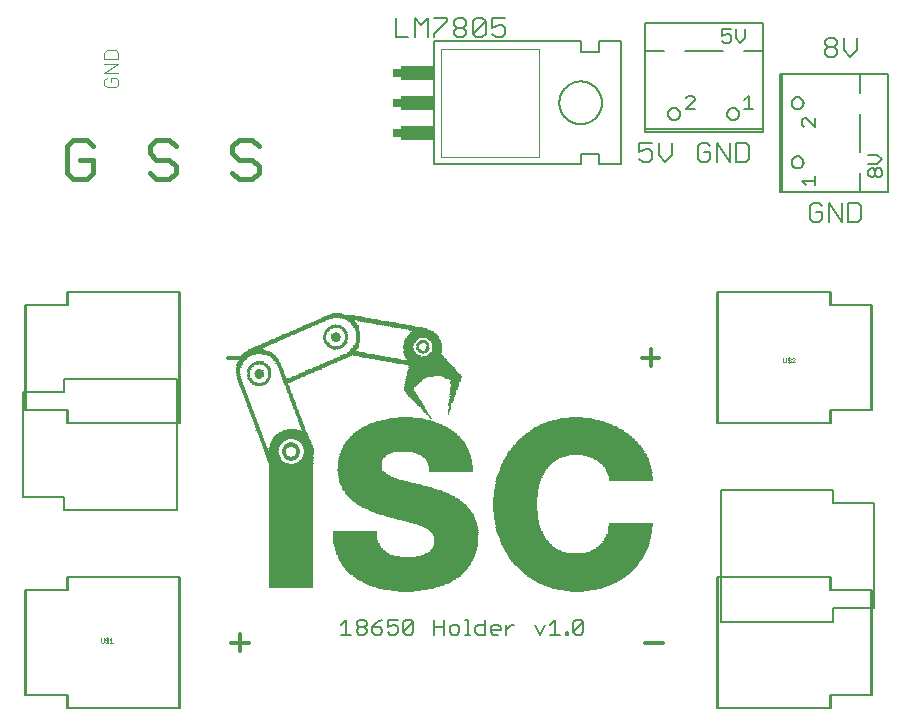
<source format=gto>
G75*
%MOIN*%
%OFA0B0*%
%FSLAX25Y25*%
%IPPOS*%
%LPD*%
%AMOC8*
5,1,8,0,0,1.08239X$1,22.5*
%
%ADD10C,0.00600*%
%ADD11R,0.05600X0.00200*%
%ADD12R,0.04800X0.00200*%
%ADD13R,0.10000X0.00200*%
%ADD14R,0.08800X0.00200*%
%ADD15R,0.13000X0.00200*%
%ADD16R,0.11200X0.00200*%
%ADD17R,0.15000X0.00200*%
%ADD18R,0.13200X0.00200*%
%ADD19R,0.17000X0.00200*%
%ADD20R,0.18800X0.00200*%
%ADD21R,0.16400X0.00200*%
%ADD22R,0.14800X0.00200*%
%ADD23R,0.20000X0.00200*%
%ADD24R,0.17800X0.00200*%
%ADD25R,0.21600X0.00200*%
%ADD26R,0.19000X0.00200*%
%ADD27R,0.22800X0.00200*%
%ADD28R,0.20200X0.00200*%
%ADD29R,0.24000X0.00200*%
%ADD30R,0.21400X0.00200*%
%ADD31R,0.25000X0.00200*%
%ADD32R,0.22200X0.00200*%
%ADD33R,0.26000X0.00200*%
%ADD34R,0.23400X0.00200*%
%ADD35R,0.27000X0.00200*%
%ADD36R,0.24200X0.00200*%
%ADD37R,0.27800X0.00200*%
%ADD38R,0.28600X0.00200*%
%ADD39R,0.25800X0.00200*%
%ADD40R,0.29400X0.00200*%
%ADD41R,0.26600X0.00200*%
%ADD42R,0.30200X0.00200*%
%ADD43R,0.27400X0.00200*%
%ADD44R,0.31000X0.00200*%
%ADD45R,0.28200X0.00200*%
%ADD46R,0.31600X0.00200*%
%ADD47R,0.28800X0.00200*%
%ADD48R,0.32200X0.00200*%
%ADD49R,0.33000X0.00200*%
%ADD50R,0.33600X0.00200*%
%ADD51R,0.30600X0.00200*%
%ADD52R,0.34200X0.00200*%
%ADD53R,0.31400X0.00200*%
%ADD54R,0.34600X0.00200*%
%ADD55R,0.31800X0.00200*%
%ADD56R,0.35200X0.00200*%
%ADD57R,0.32400X0.00200*%
%ADD58R,0.35800X0.00200*%
%ADD59R,0.36200X0.00200*%
%ADD60R,0.36600X0.00200*%
%ADD61R,0.34000X0.00200*%
%ADD62R,0.37200X0.00200*%
%ADD63R,0.34400X0.00200*%
%ADD64R,0.37600X0.00200*%
%ADD65R,0.35000X0.00200*%
%ADD66R,0.38000X0.00200*%
%ADD67R,0.35600X0.00200*%
%ADD68R,0.38400X0.00200*%
%ADD69R,0.36000X0.00200*%
%ADD70R,0.38800X0.00200*%
%ADD71R,0.36400X0.00200*%
%ADD72R,0.39200X0.00200*%
%ADD73R,0.36800X0.00200*%
%ADD74R,0.39600X0.00200*%
%ADD75R,0.40000X0.00200*%
%ADD76R,0.40400X0.00200*%
%ADD77R,0.40600X0.00200*%
%ADD78R,0.41000X0.00200*%
%ADD79R,0.41200X0.00200*%
%ADD80R,0.41600X0.00200*%
%ADD81R,0.42000X0.00200*%
%ADD82R,0.42200X0.00200*%
%ADD83R,0.42400X0.00200*%
%ADD84R,0.42800X0.00200*%
%ADD85R,0.43000X0.00200*%
%ADD86R,0.41400X0.00200*%
%ADD87R,0.43200X0.00200*%
%ADD88R,0.41800X0.00200*%
%ADD89R,0.43600X0.00200*%
%ADD90R,0.44000X0.00200*%
%ADD91R,0.42600X0.00200*%
%ADD92R,0.44200X0.00200*%
%ADD93R,0.44400X0.00200*%
%ADD94R,0.44600X0.00200*%
%ADD95R,0.44800X0.00200*%
%ADD96R,0.43800X0.00200*%
%ADD97R,0.45000X0.00200*%
%ADD98R,0.45200X0.00200*%
%ADD99R,0.45400X0.00200*%
%ADD100R,0.20400X0.00200*%
%ADD101R,0.19600X0.00200*%
%ADD102R,0.19200X0.00200*%
%ADD103R,0.18600X0.00200*%
%ADD104R,0.18200X0.00200*%
%ADD105R,0.17400X0.00200*%
%ADD106R,0.45600X0.00200*%
%ADD107R,0.45800X0.00200*%
%ADD108R,0.16600X0.00200*%
%ADD109R,0.46000X0.00200*%
%ADD110R,0.20800X0.00200*%
%ADD111R,0.16000X0.00200*%
%ADD112R,0.15800X0.00200*%
%ADD113R,0.19400X0.00200*%
%ADD114R,0.15600X0.00200*%
%ADD115R,0.15400X0.00200*%
%ADD116R,0.18400X0.00200*%
%ADD117R,0.15200X0.00200*%
%ADD118R,0.18000X0.00200*%
%ADD119R,0.17600X0.00200*%
%ADD120R,0.17200X0.00200*%
%ADD121R,0.14600X0.00200*%
%ADD122R,0.16800X0.00200*%
%ADD123R,0.16200X0.00200*%
%ADD124R,0.14400X0.00200*%
%ADD125R,0.21200X0.00200*%
%ADD126R,0.22000X0.00200*%
%ADD127R,0.22600X0.00200*%
%ADD128R,0.23200X0.00200*%
%ADD129R,0.24800X0.00200*%
%ADD130R,0.25400X0.00200*%
%ADD131R,0.26200X0.00200*%
%ADD132R,0.30000X0.00200*%
%ADD133R,0.32000X0.00200*%
%ADD134R,0.32600X0.00200*%
%ADD135R,0.33200X0.00200*%
%ADD136R,0.34800X0.00200*%
%ADD137R,0.35400X0.00200*%
%ADD138R,0.33800X0.00200*%
%ADD139R,0.33400X0.00200*%
%ADD140R,0.32800X0.00200*%
%ADD141R,0.30400X0.00200*%
%ADD142R,0.29200X0.00200*%
%ADD143R,0.28000X0.00200*%
%ADD144R,0.25200X0.00200*%
%ADD145R,0.24400X0.00200*%
%ADD146R,0.23800X0.00200*%
%ADD147R,0.23000X0.00200*%
%ADD148R,0.14200X0.00200*%
%ADD149R,0.06400X0.00200*%
%ADD150R,0.05800X0.00200*%
%ADD151R,0.05400X0.00200*%
%ADD152R,0.05200X0.00200*%
%ADD153R,0.05000X0.00200*%
%ADD154R,0.04600X0.00200*%
%ADD155R,0.01400X0.00200*%
%ADD156R,0.04400X0.00200*%
%ADD157R,0.02800X0.00200*%
%ADD158R,0.04200X0.00200*%
%ADD159R,0.03200X0.00200*%
%ADD160R,0.04000X0.00200*%
%ADD161R,0.03800X0.00200*%
%ADD162R,0.03600X0.00200*%
%ADD163R,0.02000X0.00200*%
%ADD164R,0.01600X0.00200*%
%ADD165R,0.01800X0.00200*%
%ADD166R,0.03400X0.00200*%
%ADD167R,0.46400X0.00200*%
%ADD168R,0.46200X0.00200*%
%ADD169R,0.01200X0.00200*%
%ADD170R,0.40800X0.00200*%
%ADD171R,0.40200X0.00200*%
%ADD172R,0.02400X0.00200*%
%ADD173R,0.39800X0.00200*%
%ADD174R,0.39400X0.00200*%
%ADD175R,0.38600X0.00200*%
%ADD176R,0.39000X0.00200*%
%ADD177R,0.38200X0.00200*%
%ADD178R,0.37800X0.00200*%
%ADD179R,0.12200X0.00200*%
%ADD180R,0.11800X0.00200*%
%ADD181R,0.37400X0.00200*%
%ADD182R,0.11400X0.00200*%
%ADD183R,0.11000X0.00200*%
%ADD184R,0.10600X0.00200*%
%ADD185R,0.10400X0.00200*%
%ADD186R,0.09800X0.00200*%
%ADD187R,0.09600X0.00200*%
%ADD188R,0.09000X0.00200*%
%ADD189R,0.08200X0.00200*%
%ADD190R,0.31200X0.00200*%
%ADD191R,0.27200X0.00200*%
%ADD192R,0.26400X0.00200*%
%ADD193R,0.25600X0.00200*%
%ADD194R,0.24600X0.00200*%
%ADD195R,0.21800X0.00200*%
%ADD196R,0.21000X0.00200*%
%ADD197R,0.20600X0.00200*%
%ADD198R,0.19800X0.00200*%
%ADD199R,0.13600X0.00200*%
%ADD200R,0.12800X0.00200*%
%ADD201R,0.11600X0.00200*%
%ADD202R,0.10800X0.00200*%
%ADD203R,0.00400X0.00200*%
%ADD204R,0.08400X0.00200*%
%ADD205R,0.00600X0.00200*%
%ADD206R,0.01000X0.00200*%
%ADD207R,0.00200X0.00200*%
%ADD208R,0.00800X0.00200*%
%ADD209R,0.02200X0.00200*%
%ADD210R,0.02600X0.00200*%
%ADD211R,0.03000X0.00200*%
%ADD212R,0.06000X0.00200*%
%ADD213R,0.06200X0.00200*%
%ADD214R,0.07000X0.00200*%
%ADD215R,0.08000X0.00200*%
%ADD216R,0.09200X0.00200*%
%ADD217R,0.06600X0.00200*%
%ADD218R,0.07800X0.00200*%
%ADD219R,0.07200X0.00200*%
%ADD220R,0.08600X0.00200*%
%ADD221R,0.06800X0.00200*%
%ADD222R,0.07600X0.00200*%
%ADD223R,0.07400X0.00200*%
%ADD224R,0.10200X0.00200*%
%ADD225R,0.09400X0.00200*%
%ADD226R,0.13800X0.00200*%
%ADD227R,0.12400X0.00200*%
%ADD228C,0.00700*%
%ADD229C,0.01800*%
%ADD230C,0.00200*%
%ADD231R,0.02500X0.03000*%
%ADD232R,0.11000X0.05000*%
%ADD233C,0.00800*%
%ADD234C,0.01200*%
%ADD235C,0.00100*%
%ADD236C,0.00400*%
%ADD237C,0.00500*%
D10*
X0157000Y0216500D02*
X0206000Y0216500D01*
X0206000Y0220000D01*
X0212000Y0220000D01*
X0212000Y0216500D01*
X0219500Y0216500D01*
X0219500Y0257500D01*
X0212000Y0257500D01*
X0212000Y0254000D01*
X0206000Y0254000D01*
X0206000Y0257500D01*
X0157000Y0257500D01*
X0157000Y0216500D01*
X0198900Y0237000D02*
X0198902Y0237174D01*
X0198909Y0237348D01*
X0198919Y0237522D01*
X0198934Y0237696D01*
X0198953Y0237869D01*
X0198977Y0238042D01*
X0199005Y0238214D01*
X0199036Y0238385D01*
X0199073Y0238556D01*
X0199113Y0238725D01*
X0199157Y0238894D01*
X0199206Y0239061D01*
X0199258Y0239227D01*
X0199315Y0239392D01*
X0199376Y0239555D01*
X0199440Y0239717D01*
X0199509Y0239877D01*
X0199582Y0240036D01*
X0199658Y0240192D01*
X0199738Y0240347D01*
X0199822Y0240500D01*
X0199910Y0240650D01*
X0200002Y0240798D01*
X0200097Y0240945D01*
X0200195Y0241088D01*
X0200297Y0241229D01*
X0200403Y0241368D01*
X0200512Y0241504D01*
X0200624Y0241638D01*
X0200739Y0241768D01*
X0200858Y0241896D01*
X0200980Y0242020D01*
X0201104Y0242142D01*
X0201232Y0242261D01*
X0201362Y0242376D01*
X0201496Y0242488D01*
X0201632Y0242597D01*
X0201771Y0242703D01*
X0201912Y0242805D01*
X0202055Y0242903D01*
X0202202Y0242998D01*
X0202350Y0243090D01*
X0202500Y0243178D01*
X0202653Y0243262D01*
X0202808Y0243342D01*
X0202964Y0243418D01*
X0203123Y0243491D01*
X0203283Y0243560D01*
X0203445Y0243624D01*
X0203608Y0243685D01*
X0203773Y0243742D01*
X0203939Y0243794D01*
X0204106Y0243843D01*
X0204275Y0243887D01*
X0204444Y0243927D01*
X0204615Y0243964D01*
X0204786Y0243995D01*
X0204958Y0244023D01*
X0205131Y0244047D01*
X0205304Y0244066D01*
X0205478Y0244081D01*
X0205652Y0244091D01*
X0205826Y0244098D01*
X0206000Y0244100D01*
X0206174Y0244098D01*
X0206348Y0244091D01*
X0206522Y0244081D01*
X0206696Y0244066D01*
X0206869Y0244047D01*
X0207042Y0244023D01*
X0207214Y0243995D01*
X0207385Y0243964D01*
X0207556Y0243927D01*
X0207725Y0243887D01*
X0207894Y0243843D01*
X0208061Y0243794D01*
X0208227Y0243742D01*
X0208392Y0243685D01*
X0208555Y0243624D01*
X0208717Y0243560D01*
X0208877Y0243491D01*
X0209036Y0243418D01*
X0209192Y0243342D01*
X0209347Y0243262D01*
X0209500Y0243178D01*
X0209650Y0243090D01*
X0209798Y0242998D01*
X0209945Y0242903D01*
X0210088Y0242805D01*
X0210229Y0242703D01*
X0210368Y0242597D01*
X0210504Y0242488D01*
X0210638Y0242376D01*
X0210768Y0242261D01*
X0210896Y0242142D01*
X0211020Y0242020D01*
X0211142Y0241896D01*
X0211261Y0241768D01*
X0211376Y0241638D01*
X0211488Y0241504D01*
X0211597Y0241368D01*
X0211703Y0241229D01*
X0211805Y0241088D01*
X0211903Y0240945D01*
X0211998Y0240798D01*
X0212090Y0240650D01*
X0212178Y0240500D01*
X0212262Y0240347D01*
X0212342Y0240192D01*
X0212418Y0240036D01*
X0212491Y0239877D01*
X0212560Y0239717D01*
X0212624Y0239555D01*
X0212685Y0239392D01*
X0212742Y0239227D01*
X0212794Y0239061D01*
X0212843Y0238894D01*
X0212887Y0238725D01*
X0212927Y0238556D01*
X0212964Y0238385D01*
X0212995Y0238214D01*
X0213023Y0238042D01*
X0213047Y0237869D01*
X0213066Y0237696D01*
X0213081Y0237522D01*
X0213091Y0237348D01*
X0213098Y0237174D01*
X0213100Y0237000D01*
X0213098Y0236826D01*
X0213091Y0236652D01*
X0213081Y0236478D01*
X0213066Y0236304D01*
X0213047Y0236131D01*
X0213023Y0235958D01*
X0212995Y0235786D01*
X0212964Y0235615D01*
X0212927Y0235444D01*
X0212887Y0235275D01*
X0212843Y0235106D01*
X0212794Y0234939D01*
X0212742Y0234773D01*
X0212685Y0234608D01*
X0212624Y0234445D01*
X0212560Y0234283D01*
X0212491Y0234123D01*
X0212418Y0233964D01*
X0212342Y0233808D01*
X0212262Y0233653D01*
X0212178Y0233500D01*
X0212090Y0233350D01*
X0211998Y0233202D01*
X0211903Y0233055D01*
X0211805Y0232912D01*
X0211703Y0232771D01*
X0211597Y0232632D01*
X0211488Y0232496D01*
X0211376Y0232362D01*
X0211261Y0232232D01*
X0211142Y0232104D01*
X0211020Y0231980D01*
X0210896Y0231858D01*
X0210768Y0231739D01*
X0210638Y0231624D01*
X0210504Y0231512D01*
X0210368Y0231403D01*
X0210229Y0231297D01*
X0210088Y0231195D01*
X0209945Y0231097D01*
X0209798Y0231002D01*
X0209650Y0230910D01*
X0209500Y0230822D01*
X0209347Y0230738D01*
X0209192Y0230658D01*
X0209036Y0230582D01*
X0208877Y0230509D01*
X0208717Y0230440D01*
X0208555Y0230376D01*
X0208392Y0230315D01*
X0208227Y0230258D01*
X0208061Y0230206D01*
X0207894Y0230157D01*
X0207725Y0230113D01*
X0207556Y0230073D01*
X0207385Y0230036D01*
X0207214Y0230005D01*
X0207042Y0229977D01*
X0206869Y0229953D01*
X0206696Y0229934D01*
X0206522Y0229919D01*
X0206348Y0229909D01*
X0206174Y0229902D01*
X0206000Y0229900D01*
X0205826Y0229902D01*
X0205652Y0229909D01*
X0205478Y0229919D01*
X0205304Y0229934D01*
X0205131Y0229953D01*
X0204958Y0229977D01*
X0204786Y0230005D01*
X0204615Y0230036D01*
X0204444Y0230073D01*
X0204275Y0230113D01*
X0204106Y0230157D01*
X0203939Y0230206D01*
X0203773Y0230258D01*
X0203608Y0230315D01*
X0203445Y0230376D01*
X0203283Y0230440D01*
X0203123Y0230509D01*
X0202964Y0230582D01*
X0202808Y0230658D01*
X0202653Y0230738D01*
X0202500Y0230822D01*
X0202350Y0230910D01*
X0202202Y0231002D01*
X0202055Y0231097D01*
X0201912Y0231195D01*
X0201771Y0231297D01*
X0201632Y0231403D01*
X0201496Y0231512D01*
X0201362Y0231624D01*
X0201232Y0231739D01*
X0201104Y0231858D01*
X0200980Y0231980D01*
X0200858Y0232104D01*
X0200739Y0232232D01*
X0200624Y0232362D01*
X0200512Y0232496D01*
X0200403Y0232632D01*
X0200297Y0232771D01*
X0200195Y0232912D01*
X0200097Y0233055D01*
X0200002Y0233202D01*
X0199910Y0233350D01*
X0199822Y0233500D01*
X0199738Y0233653D01*
X0199658Y0233808D01*
X0199582Y0233964D01*
X0199509Y0234123D01*
X0199440Y0234283D01*
X0199376Y0234445D01*
X0199315Y0234608D01*
X0199258Y0234773D01*
X0199206Y0234939D01*
X0199157Y0235106D01*
X0199113Y0235275D01*
X0199073Y0235444D01*
X0199036Y0235615D01*
X0199005Y0235786D01*
X0198977Y0235958D01*
X0198953Y0236131D01*
X0198934Y0236304D01*
X0198919Y0236478D01*
X0198909Y0236652D01*
X0198902Y0236826D01*
X0198900Y0237000D01*
X0225627Y0223705D02*
X0225627Y0220503D01*
X0227762Y0221570D01*
X0228830Y0221570D01*
X0229897Y0220503D01*
X0229897Y0218368D01*
X0228830Y0217300D01*
X0226695Y0217300D01*
X0225627Y0218368D01*
X0225627Y0223705D02*
X0229897Y0223705D01*
X0232072Y0223705D02*
X0232072Y0219435D01*
X0234208Y0217300D01*
X0236343Y0219435D01*
X0236343Y0223705D01*
X0244963Y0222638D02*
X0244963Y0218368D01*
X0246031Y0217300D01*
X0248166Y0217300D01*
X0249234Y0218368D01*
X0249234Y0220503D01*
X0247099Y0220503D01*
X0249234Y0222638D02*
X0248166Y0223705D01*
X0246031Y0223705D01*
X0244963Y0222638D01*
X0251409Y0223705D02*
X0251409Y0217300D01*
X0255679Y0217300D02*
X0255679Y0223705D01*
X0257854Y0223705D02*
X0261057Y0223705D01*
X0262125Y0222638D01*
X0262125Y0218368D01*
X0261057Y0217300D01*
X0257854Y0217300D01*
X0257854Y0223705D01*
X0251409Y0223705D02*
X0255679Y0217300D01*
X0266642Y0227299D02*
X0266642Y0228098D01*
X0227343Y0228098D01*
X0227343Y0254098D01*
X0227343Y0263500D01*
X0266642Y0263500D01*
X0266642Y0254098D01*
X0266642Y0228098D01*
X0266642Y0227299D02*
X0227343Y0227299D01*
X0227343Y0228098D01*
X0235143Y0233300D02*
X0235145Y0233389D01*
X0235151Y0233478D01*
X0235161Y0233567D01*
X0235175Y0233655D01*
X0235192Y0233742D01*
X0235214Y0233828D01*
X0235240Y0233914D01*
X0235269Y0233998D01*
X0235302Y0234081D01*
X0235338Y0234162D01*
X0235379Y0234242D01*
X0235422Y0234319D01*
X0235469Y0234395D01*
X0235520Y0234468D01*
X0235573Y0234539D01*
X0235630Y0234608D01*
X0235690Y0234674D01*
X0235753Y0234738D01*
X0235818Y0234798D01*
X0235886Y0234856D01*
X0235957Y0234910D01*
X0236030Y0234961D01*
X0236105Y0235009D01*
X0236182Y0235054D01*
X0236261Y0235095D01*
X0236342Y0235132D01*
X0236424Y0235166D01*
X0236508Y0235197D01*
X0236593Y0235223D01*
X0236679Y0235246D01*
X0236766Y0235264D01*
X0236854Y0235279D01*
X0236943Y0235290D01*
X0237032Y0235297D01*
X0237121Y0235300D01*
X0237210Y0235299D01*
X0237299Y0235294D01*
X0237387Y0235285D01*
X0237476Y0235272D01*
X0237563Y0235255D01*
X0237650Y0235235D01*
X0237736Y0235210D01*
X0237820Y0235182D01*
X0237903Y0235150D01*
X0237985Y0235114D01*
X0238065Y0235075D01*
X0238143Y0235032D01*
X0238219Y0234986D01*
X0238293Y0234936D01*
X0238365Y0234883D01*
X0238434Y0234827D01*
X0238501Y0234768D01*
X0238565Y0234706D01*
X0238626Y0234642D01*
X0238685Y0234574D01*
X0238740Y0234504D01*
X0238792Y0234432D01*
X0238841Y0234357D01*
X0238886Y0234281D01*
X0238928Y0234202D01*
X0238966Y0234122D01*
X0239001Y0234040D01*
X0239032Y0233956D01*
X0239060Y0233871D01*
X0239083Y0233785D01*
X0239103Y0233698D01*
X0239119Y0233611D01*
X0239131Y0233522D01*
X0239139Y0233434D01*
X0239143Y0233345D01*
X0239143Y0233255D01*
X0239139Y0233166D01*
X0239131Y0233078D01*
X0239119Y0232989D01*
X0239103Y0232902D01*
X0239083Y0232815D01*
X0239060Y0232729D01*
X0239032Y0232644D01*
X0239001Y0232560D01*
X0238966Y0232478D01*
X0238928Y0232398D01*
X0238886Y0232319D01*
X0238841Y0232243D01*
X0238792Y0232168D01*
X0238740Y0232096D01*
X0238685Y0232026D01*
X0238626Y0231958D01*
X0238565Y0231894D01*
X0238501Y0231832D01*
X0238434Y0231773D01*
X0238365Y0231717D01*
X0238293Y0231664D01*
X0238219Y0231614D01*
X0238143Y0231568D01*
X0238065Y0231525D01*
X0237985Y0231486D01*
X0237903Y0231450D01*
X0237820Y0231418D01*
X0237736Y0231390D01*
X0237650Y0231365D01*
X0237563Y0231345D01*
X0237476Y0231328D01*
X0237387Y0231315D01*
X0237299Y0231306D01*
X0237210Y0231301D01*
X0237121Y0231300D01*
X0237032Y0231303D01*
X0236943Y0231310D01*
X0236854Y0231321D01*
X0236766Y0231336D01*
X0236679Y0231354D01*
X0236593Y0231377D01*
X0236508Y0231403D01*
X0236424Y0231434D01*
X0236342Y0231468D01*
X0236261Y0231505D01*
X0236182Y0231546D01*
X0236105Y0231591D01*
X0236030Y0231639D01*
X0235957Y0231690D01*
X0235886Y0231744D01*
X0235818Y0231802D01*
X0235753Y0231862D01*
X0235690Y0231926D01*
X0235630Y0231992D01*
X0235573Y0232061D01*
X0235520Y0232132D01*
X0235469Y0232205D01*
X0235422Y0232281D01*
X0235379Y0232358D01*
X0235338Y0232438D01*
X0235302Y0232519D01*
X0235269Y0232602D01*
X0235240Y0232686D01*
X0235214Y0232772D01*
X0235192Y0232858D01*
X0235175Y0232945D01*
X0235161Y0233033D01*
X0235151Y0233122D01*
X0235145Y0233211D01*
X0235143Y0233300D01*
X0254843Y0233300D02*
X0254845Y0233389D01*
X0254851Y0233478D01*
X0254861Y0233567D01*
X0254875Y0233655D01*
X0254892Y0233742D01*
X0254914Y0233828D01*
X0254940Y0233914D01*
X0254969Y0233998D01*
X0255002Y0234081D01*
X0255038Y0234162D01*
X0255079Y0234242D01*
X0255122Y0234319D01*
X0255169Y0234395D01*
X0255220Y0234468D01*
X0255273Y0234539D01*
X0255330Y0234608D01*
X0255390Y0234674D01*
X0255453Y0234738D01*
X0255518Y0234798D01*
X0255586Y0234856D01*
X0255657Y0234910D01*
X0255730Y0234961D01*
X0255805Y0235009D01*
X0255882Y0235054D01*
X0255961Y0235095D01*
X0256042Y0235132D01*
X0256124Y0235166D01*
X0256208Y0235197D01*
X0256293Y0235223D01*
X0256379Y0235246D01*
X0256466Y0235264D01*
X0256554Y0235279D01*
X0256643Y0235290D01*
X0256732Y0235297D01*
X0256821Y0235300D01*
X0256910Y0235299D01*
X0256999Y0235294D01*
X0257087Y0235285D01*
X0257176Y0235272D01*
X0257263Y0235255D01*
X0257350Y0235235D01*
X0257436Y0235210D01*
X0257520Y0235182D01*
X0257603Y0235150D01*
X0257685Y0235114D01*
X0257765Y0235075D01*
X0257843Y0235032D01*
X0257919Y0234986D01*
X0257993Y0234936D01*
X0258065Y0234883D01*
X0258134Y0234827D01*
X0258201Y0234768D01*
X0258265Y0234706D01*
X0258326Y0234642D01*
X0258385Y0234574D01*
X0258440Y0234504D01*
X0258492Y0234432D01*
X0258541Y0234357D01*
X0258586Y0234281D01*
X0258628Y0234202D01*
X0258666Y0234122D01*
X0258701Y0234040D01*
X0258732Y0233956D01*
X0258760Y0233871D01*
X0258783Y0233785D01*
X0258803Y0233698D01*
X0258819Y0233611D01*
X0258831Y0233522D01*
X0258839Y0233434D01*
X0258843Y0233345D01*
X0258843Y0233255D01*
X0258839Y0233166D01*
X0258831Y0233078D01*
X0258819Y0232989D01*
X0258803Y0232902D01*
X0258783Y0232815D01*
X0258760Y0232729D01*
X0258732Y0232644D01*
X0258701Y0232560D01*
X0258666Y0232478D01*
X0258628Y0232398D01*
X0258586Y0232319D01*
X0258541Y0232243D01*
X0258492Y0232168D01*
X0258440Y0232096D01*
X0258385Y0232026D01*
X0258326Y0231958D01*
X0258265Y0231894D01*
X0258201Y0231832D01*
X0258134Y0231773D01*
X0258065Y0231717D01*
X0257993Y0231664D01*
X0257919Y0231614D01*
X0257843Y0231568D01*
X0257765Y0231525D01*
X0257685Y0231486D01*
X0257603Y0231450D01*
X0257520Y0231418D01*
X0257436Y0231390D01*
X0257350Y0231365D01*
X0257263Y0231345D01*
X0257176Y0231328D01*
X0257087Y0231315D01*
X0256999Y0231306D01*
X0256910Y0231301D01*
X0256821Y0231300D01*
X0256732Y0231303D01*
X0256643Y0231310D01*
X0256554Y0231321D01*
X0256466Y0231336D01*
X0256379Y0231354D01*
X0256293Y0231377D01*
X0256208Y0231403D01*
X0256124Y0231434D01*
X0256042Y0231468D01*
X0255961Y0231505D01*
X0255882Y0231546D01*
X0255805Y0231591D01*
X0255730Y0231639D01*
X0255657Y0231690D01*
X0255586Y0231744D01*
X0255518Y0231802D01*
X0255453Y0231862D01*
X0255390Y0231926D01*
X0255330Y0231992D01*
X0255273Y0232061D01*
X0255220Y0232132D01*
X0255169Y0232205D01*
X0255122Y0232281D01*
X0255079Y0232358D01*
X0255038Y0232438D01*
X0255002Y0232519D01*
X0254969Y0232602D01*
X0254940Y0232686D01*
X0254914Y0232772D01*
X0254892Y0232858D01*
X0254875Y0232945D01*
X0254861Y0233033D01*
X0254851Y0233122D01*
X0254845Y0233211D01*
X0254843Y0233300D01*
X0272299Y0246657D02*
X0272299Y0207358D01*
X0273098Y0207358D01*
X0273098Y0246657D01*
X0299098Y0246657D01*
X0308500Y0246657D01*
X0308500Y0207358D01*
X0299098Y0207358D01*
X0273098Y0207358D01*
X0282300Y0202638D02*
X0282300Y0198368D01*
X0283368Y0197300D01*
X0285503Y0197300D01*
X0286570Y0198368D01*
X0286570Y0200503D01*
X0284435Y0200503D01*
X0282300Y0202638D02*
X0283368Y0203705D01*
X0285503Y0203705D01*
X0286570Y0202638D01*
X0288745Y0203705D02*
X0293016Y0197300D01*
X0293016Y0203705D01*
X0295191Y0203705D02*
X0298394Y0203705D01*
X0299461Y0202638D01*
X0299461Y0198368D01*
X0298394Y0197300D01*
X0295191Y0197300D01*
X0295191Y0203705D01*
X0299098Y0207358D02*
X0299098Y0213657D01*
X0299098Y0220657D02*
X0299098Y0233358D01*
X0299098Y0240358D02*
X0299098Y0246657D01*
X0295881Y0252300D02*
X0298016Y0254435D01*
X0298016Y0258705D01*
X0293745Y0258705D02*
X0293745Y0254435D01*
X0295881Y0252300D01*
X0291570Y0253368D02*
X0291570Y0254435D01*
X0290503Y0255503D01*
X0288368Y0255503D01*
X0287300Y0256570D01*
X0287300Y0257638D01*
X0288368Y0258705D01*
X0290503Y0258705D01*
X0291570Y0257638D01*
X0291570Y0256570D01*
X0290503Y0255503D01*
X0288368Y0255503D02*
X0287300Y0254435D01*
X0287300Y0253368D01*
X0288368Y0252300D01*
X0290503Y0252300D01*
X0291570Y0253368D01*
X0273098Y0246657D02*
X0272299Y0246657D01*
X0266642Y0254098D02*
X0260343Y0254098D01*
X0253343Y0254098D02*
X0240642Y0254098D01*
X0233642Y0254098D02*
X0227343Y0254098D01*
X0276300Y0236857D02*
X0276302Y0236946D01*
X0276308Y0237035D01*
X0276318Y0237124D01*
X0276332Y0237212D01*
X0276349Y0237299D01*
X0276371Y0237385D01*
X0276397Y0237471D01*
X0276426Y0237555D01*
X0276459Y0237638D01*
X0276495Y0237719D01*
X0276536Y0237799D01*
X0276579Y0237876D01*
X0276626Y0237952D01*
X0276677Y0238025D01*
X0276730Y0238096D01*
X0276787Y0238165D01*
X0276847Y0238231D01*
X0276910Y0238295D01*
X0276975Y0238355D01*
X0277043Y0238413D01*
X0277114Y0238467D01*
X0277187Y0238518D01*
X0277262Y0238566D01*
X0277339Y0238611D01*
X0277418Y0238652D01*
X0277499Y0238689D01*
X0277581Y0238723D01*
X0277665Y0238754D01*
X0277750Y0238780D01*
X0277836Y0238803D01*
X0277923Y0238821D01*
X0278011Y0238836D01*
X0278100Y0238847D01*
X0278189Y0238854D01*
X0278278Y0238857D01*
X0278367Y0238856D01*
X0278456Y0238851D01*
X0278544Y0238842D01*
X0278633Y0238829D01*
X0278720Y0238812D01*
X0278807Y0238792D01*
X0278893Y0238767D01*
X0278977Y0238739D01*
X0279060Y0238707D01*
X0279142Y0238671D01*
X0279222Y0238632D01*
X0279300Y0238589D01*
X0279376Y0238543D01*
X0279450Y0238493D01*
X0279522Y0238440D01*
X0279591Y0238384D01*
X0279658Y0238325D01*
X0279722Y0238263D01*
X0279783Y0238199D01*
X0279842Y0238131D01*
X0279897Y0238061D01*
X0279949Y0237989D01*
X0279998Y0237914D01*
X0280043Y0237838D01*
X0280085Y0237759D01*
X0280123Y0237679D01*
X0280158Y0237597D01*
X0280189Y0237513D01*
X0280217Y0237428D01*
X0280240Y0237342D01*
X0280260Y0237255D01*
X0280276Y0237168D01*
X0280288Y0237079D01*
X0280296Y0236991D01*
X0280300Y0236902D01*
X0280300Y0236812D01*
X0280296Y0236723D01*
X0280288Y0236635D01*
X0280276Y0236546D01*
X0280260Y0236459D01*
X0280240Y0236372D01*
X0280217Y0236286D01*
X0280189Y0236201D01*
X0280158Y0236117D01*
X0280123Y0236035D01*
X0280085Y0235955D01*
X0280043Y0235876D01*
X0279998Y0235800D01*
X0279949Y0235725D01*
X0279897Y0235653D01*
X0279842Y0235583D01*
X0279783Y0235515D01*
X0279722Y0235451D01*
X0279658Y0235389D01*
X0279591Y0235330D01*
X0279522Y0235274D01*
X0279450Y0235221D01*
X0279376Y0235171D01*
X0279300Y0235125D01*
X0279222Y0235082D01*
X0279142Y0235043D01*
X0279060Y0235007D01*
X0278977Y0234975D01*
X0278893Y0234947D01*
X0278807Y0234922D01*
X0278720Y0234902D01*
X0278633Y0234885D01*
X0278544Y0234872D01*
X0278456Y0234863D01*
X0278367Y0234858D01*
X0278278Y0234857D01*
X0278189Y0234860D01*
X0278100Y0234867D01*
X0278011Y0234878D01*
X0277923Y0234893D01*
X0277836Y0234911D01*
X0277750Y0234934D01*
X0277665Y0234960D01*
X0277581Y0234991D01*
X0277499Y0235025D01*
X0277418Y0235062D01*
X0277339Y0235103D01*
X0277262Y0235148D01*
X0277187Y0235196D01*
X0277114Y0235247D01*
X0277043Y0235301D01*
X0276975Y0235359D01*
X0276910Y0235419D01*
X0276847Y0235483D01*
X0276787Y0235549D01*
X0276730Y0235618D01*
X0276677Y0235689D01*
X0276626Y0235762D01*
X0276579Y0235838D01*
X0276536Y0235915D01*
X0276495Y0235995D01*
X0276459Y0236076D01*
X0276426Y0236159D01*
X0276397Y0236243D01*
X0276371Y0236329D01*
X0276349Y0236415D01*
X0276332Y0236502D01*
X0276318Y0236590D01*
X0276308Y0236679D01*
X0276302Y0236768D01*
X0276300Y0236857D01*
X0276300Y0217157D02*
X0276302Y0217246D01*
X0276308Y0217335D01*
X0276318Y0217424D01*
X0276332Y0217512D01*
X0276349Y0217599D01*
X0276371Y0217685D01*
X0276397Y0217771D01*
X0276426Y0217855D01*
X0276459Y0217938D01*
X0276495Y0218019D01*
X0276536Y0218099D01*
X0276579Y0218176D01*
X0276626Y0218252D01*
X0276677Y0218325D01*
X0276730Y0218396D01*
X0276787Y0218465D01*
X0276847Y0218531D01*
X0276910Y0218595D01*
X0276975Y0218655D01*
X0277043Y0218713D01*
X0277114Y0218767D01*
X0277187Y0218818D01*
X0277262Y0218866D01*
X0277339Y0218911D01*
X0277418Y0218952D01*
X0277499Y0218989D01*
X0277581Y0219023D01*
X0277665Y0219054D01*
X0277750Y0219080D01*
X0277836Y0219103D01*
X0277923Y0219121D01*
X0278011Y0219136D01*
X0278100Y0219147D01*
X0278189Y0219154D01*
X0278278Y0219157D01*
X0278367Y0219156D01*
X0278456Y0219151D01*
X0278544Y0219142D01*
X0278633Y0219129D01*
X0278720Y0219112D01*
X0278807Y0219092D01*
X0278893Y0219067D01*
X0278977Y0219039D01*
X0279060Y0219007D01*
X0279142Y0218971D01*
X0279222Y0218932D01*
X0279300Y0218889D01*
X0279376Y0218843D01*
X0279450Y0218793D01*
X0279522Y0218740D01*
X0279591Y0218684D01*
X0279658Y0218625D01*
X0279722Y0218563D01*
X0279783Y0218499D01*
X0279842Y0218431D01*
X0279897Y0218361D01*
X0279949Y0218289D01*
X0279998Y0218214D01*
X0280043Y0218138D01*
X0280085Y0218059D01*
X0280123Y0217979D01*
X0280158Y0217897D01*
X0280189Y0217813D01*
X0280217Y0217728D01*
X0280240Y0217642D01*
X0280260Y0217555D01*
X0280276Y0217468D01*
X0280288Y0217379D01*
X0280296Y0217291D01*
X0280300Y0217202D01*
X0280300Y0217112D01*
X0280296Y0217023D01*
X0280288Y0216935D01*
X0280276Y0216846D01*
X0280260Y0216759D01*
X0280240Y0216672D01*
X0280217Y0216586D01*
X0280189Y0216501D01*
X0280158Y0216417D01*
X0280123Y0216335D01*
X0280085Y0216255D01*
X0280043Y0216176D01*
X0279998Y0216100D01*
X0279949Y0216025D01*
X0279897Y0215953D01*
X0279842Y0215883D01*
X0279783Y0215815D01*
X0279722Y0215751D01*
X0279658Y0215689D01*
X0279591Y0215630D01*
X0279522Y0215574D01*
X0279450Y0215521D01*
X0279376Y0215471D01*
X0279300Y0215425D01*
X0279222Y0215382D01*
X0279142Y0215343D01*
X0279060Y0215307D01*
X0278977Y0215275D01*
X0278893Y0215247D01*
X0278807Y0215222D01*
X0278720Y0215202D01*
X0278633Y0215185D01*
X0278544Y0215172D01*
X0278456Y0215163D01*
X0278367Y0215158D01*
X0278278Y0215157D01*
X0278189Y0215160D01*
X0278100Y0215167D01*
X0278011Y0215178D01*
X0277923Y0215193D01*
X0277836Y0215211D01*
X0277750Y0215234D01*
X0277665Y0215260D01*
X0277581Y0215291D01*
X0277499Y0215325D01*
X0277418Y0215362D01*
X0277339Y0215403D01*
X0277262Y0215448D01*
X0277187Y0215496D01*
X0277114Y0215547D01*
X0277043Y0215601D01*
X0276975Y0215659D01*
X0276910Y0215719D01*
X0276847Y0215783D01*
X0276787Y0215849D01*
X0276730Y0215918D01*
X0276677Y0215989D01*
X0276626Y0216062D01*
X0276579Y0216138D01*
X0276536Y0216215D01*
X0276495Y0216295D01*
X0276459Y0216376D01*
X0276426Y0216459D01*
X0276397Y0216543D01*
X0276371Y0216629D01*
X0276349Y0216715D01*
X0276332Y0216802D01*
X0276318Y0216890D01*
X0276308Y0216979D01*
X0276302Y0217068D01*
X0276300Y0217157D01*
X0288745Y0203705D02*
X0288745Y0197300D01*
D11*
X0157300Y0152400D03*
X0150500Y0144200D03*
X0104700Y0116800D03*
X0147700Y0074000D03*
D12*
X0114500Y0117200D03*
X0109500Y0122200D03*
X0105500Y0124400D03*
X0102900Y0120800D03*
X0102900Y0120600D03*
X0102900Y0120400D03*
X0104100Y0117600D03*
X0113500Y0124400D03*
X0098900Y0149800D03*
X0124500Y0155400D03*
X0124900Y0166200D03*
X0150300Y0158400D03*
X0156500Y0158400D03*
X0149900Y0143400D03*
X0204700Y0074000D03*
D13*
X0147700Y0074200D03*
X0153300Y0159200D03*
D14*
X0153300Y0159800D03*
X0147700Y0131600D03*
X0110300Y0127000D03*
X0098300Y0153600D03*
X0204700Y0074200D03*
D15*
X0147800Y0074400D03*
X0154800Y0151000D03*
X0154400Y0151600D03*
X0154200Y0151800D03*
X0154000Y0152000D03*
D16*
X0109700Y0125600D03*
X0204700Y0074400D03*
D17*
X0204800Y0074800D03*
X0221800Y0091800D03*
X0222000Y0092200D03*
X0222000Y0092400D03*
X0222000Y0092600D03*
X0222200Y0092800D03*
X0222200Y0093000D03*
X0222400Y0113200D03*
X0222400Y0113400D03*
X0222200Y0113800D03*
X0185800Y0112200D03*
X0185600Y0111800D03*
X0185600Y0111600D03*
X0185400Y0111400D03*
X0185400Y0111200D03*
X0185400Y0111000D03*
X0185200Y0110600D03*
X0185200Y0095200D03*
X0185400Y0094800D03*
X0185400Y0094600D03*
X0185400Y0094400D03*
X0185600Y0094200D03*
X0185600Y0094000D03*
X0185800Y0093600D03*
X0164400Y0092600D03*
X0164400Y0092400D03*
X0164000Y0088200D03*
X0163800Y0087800D03*
X0147800Y0074600D03*
X0131400Y0089600D03*
X0131200Y0090000D03*
X0131200Y0090200D03*
X0131200Y0090400D03*
X0131000Y0091000D03*
X0132600Y0114200D03*
X0132600Y0114400D03*
X0132800Y0118200D03*
X0133000Y0118400D03*
X0162200Y0117400D03*
X0162400Y0117200D03*
X0162400Y0117000D03*
X0156200Y0148600D03*
X0155400Y0149400D03*
D18*
X0154700Y0151200D03*
X0154500Y0151400D03*
X0204700Y0074600D03*
D19*
X0219800Y0088400D03*
X0220000Y0088600D03*
X0220400Y0117200D03*
X0220200Y0117400D03*
X0163200Y0094800D03*
X0162400Y0086200D03*
X0147800Y0074800D03*
X0133200Y0086600D03*
X0133000Y0086800D03*
X0160800Y0119400D03*
X0134400Y0120000D03*
X0156800Y0146800D03*
D20*
X0134900Y0111600D03*
X0162300Y0095600D03*
X0147900Y0075000D03*
X0134300Y0085800D03*
X0218500Y0087200D03*
D21*
X0220300Y0089000D03*
X0220500Y0089200D03*
X0204700Y0075000D03*
X0187900Y0089600D03*
X0163700Y0094200D03*
X0163500Y0094400D03*
X0162900Y0086600D03*
X0132700Y0087200D03*
X0132500Y0087400D03*
X0133300Y0113000D03*
X0134100Y0119800D03*
X0187900Y0116200D03*
X0220700Y0116800D03*
X0220900Y0116600D03*
D22*
X0222500Y0113000D03*
X0222500Y0112800D03*
X0222500Y0112600D03*
X0222500Y0112400D03*
X0222700Y0112200D03*
X0222700Y0112000D03*
X0222700Y0111800D03*
X0222700Y0111600D03*
X0222700Y0095600D03*
X0222500Y0094400D03*
X0222500Y0094200D03*
X0222500Y0094000D03*
X0222300Y0093600D03*
X0222300Y0093400D03*
X0222300Y0093200D03*
X0185300Y0095000D03*
X0185100Y0095400D03*
X0185100Y0095600D03*
X0185100Y0095800D03*
X0185100Y0096000D03*
X0184900Y0096200D03*
X0184900Y0096400D03*
X0184900Y0096600D03*
X0184700Y0097200D03*
X0184700Y0097400D03*
X0184700Y0097600D03*
X0184500Y0098600D03*
X0184500Y0107200D03*
X0184700Y0108200D03*
X0184700Y0108400D03*
X0184700Y0108600D03*
X0184900Y0109200D03*
X0184900Y0109400D03*
X0184900Y0109600D03*
X0185100Y0109800D03*
X0185100Y0110000D03*
X0185100Y0110200D03*
X0185100Y0110400D03*
X0185300Y0110800D03*
X0162700Y0115800D03*
X0162500Y0116400D03*
X0162500Y0116600D03*
X0162500Y0116800D03*
X0164500Y0092200D03*
X0164500Y0092000D03*
X0164300Y0089000D03*
X0164100Y0088600D03*
X0164100Y0088400D03*
X0131100Y0090600D03*
X0131100Y0090800D03*
X0130900Y0091200D03*
X0130900Y0091400D03*
X0130900Y0091600D03*
X0130900Y0091800D03*
X0109500Y0091800D03*
X0109500Y0092000D03*
X0109500Y0092200D03*
X0109500Y0092400D03*
X0109500Y0092600D03*
X0109500Y0092800D03*
X0109500Y0093000D03*
X0109500Y0093200D03*
X0109500Y0093400D03*
X0109500Y0093600D03*
X0109500Y0093800D03*
X0109500Y0094000D03*
X0109500Y0094200D03*
X0109500Y0094400D03*
X0109500Y0094600D03*
X0109500Y0094800D03*
X0109500Y0095000D03*
X0109500Y0095200D03*
X0109500Y0095400D03*
X0109500Y0095600D03*
X0109500Y0095800D03*
X0109500Y0096000D03*
X0109500Y0096200D03*
X0109500Y0096400D03*
X0109500Y0096600D03*
X0109500Y0096800D03*
X0109500Y0097000D03*
X0109500Y0097200D03*
X0109500Y0097400D03*
X0109500Y0097600D03*
X0109500Y0097800D03*
X0109500Y0098000D03*
X0109500Y0098200D03*
X0109500Y0098400D03*
X0109500Y0098600D03*
X0109500Y0098800D03*
X0109500Y0099000D03*
X0109500Y0099200D03*
X0109500Y0099400D03*
X0109500Y0099600D03*
X0109500Y0099800D03*
X0109500Y0100000D03*
X0109500Y0100200D03*
X0109500Y0100400D03*
X0109500Y0100600D03*
X0109500Y0100800D03*
X0109500Y0101000D03*
X0109500Y0101200D03*
X0109500Y0101400D03*
X0109500Y0101600D03*
X0109500Y0101800D03*
X0109500Y0102000D03*
X0109500Y0102200D03*
X0109500Y0102400D03*
X0109500Y0102600D03*
X0109500Y0102800D03*
X0109500Y0103000D03*
X0109500Y0103200D03*
X0109500Y0103400D03*
X0109500Y0103600D03*
X0109500Y0103800D03*
X0109500Y0104000D03*
X0109500Y0104200D03*
X0109500Y0104400D03*
X0109500Y0104600D03*
X0109500Y0104800D03*
X0109500Y0105000D03*
X0109500Y0105200D03*
X0109500Y0105400D03*
X0109500Y0105600D03*
X0109500Y0105800D03*
X0109500Y0106000D03*
X0109500Y0106200D03*
X0109500Y0106400D03*
X0109500Y0106600D03*
X0109500Y0106800D03*
X0109500Y0107000D03*
X0109500Y0107200D03*
X0109500Y0107400D03*
X0109500Y0107600D03*
X0109500Y0107800D03*
X0109500Y0108000D03*
X0109500Y0108200D03*
X0109500Y0108400D03*
X0109500Y0108600D03*
X0109500Y0108800D03*
X0109500Y0109000D03*
X0109500Y0109200D03*
X0109500Y0109400D03*
X0109500Y0109600D03*
X0109500Y0109800D03*
X0109500Y0110000D03*
X0109500Y0110200D03*
X0109500Y0110400D03*
X0109500Y0110600D03*
X0109500Y0110800D03*
X0109500Y0111000D03*
X0109500Y0111200D03*
X0109500Y0111400D03*
X0109500Y0111600D03*
X0109500Y0111800D03*
X0109500Y0112000D03*
X0109500Y0112200D03*
X0109500Y0112400D03*
X0109500Y0112600D03*
X0109500Y0112800D03*
X0109500Y0113000D03*
X0109500Y0113200D03*
X0109500Y0113400D03*
X0109500Y0113600D03*
X0109500Y0113800D03*
X0109500Y0114000D03*
X0109500Y0114200D03*
X0109500Y0114400D03*
X0109500Y0114600D03*
X0109500Y0114800D03*
X0109500Y0115000D03*
X0109500Y0115200D03*
X0109500Y0115400D03*
X0109500Y0115600D03*
X0109500Y0115800D03*
X0109500Y0116000D03*
X0109500Y0116200D03*
X0132500Y0114800D03*
X0132500Y0114600D03*
X0132700Y0117800D03*
X0132700Y0118000D03*
X0109500Y0091600D03*
X0109500Y0091400D03*
X0109500Y0091200D03*
X0109500Y0091000D03*
X0109500Y0090800D03*
X0109500Y0090600D03*
X0109500Y0090400D03*
X0109500Y0090200D03*
X0109500Y0090000D03*
X0109500Y0089800D03*
X0109500Y0089600D03*
X0109500Y0089400D03*
X0109500Y0089200D03*
X0109500Y0089000D03*
X0109500Y0088800D03*
X0109500Y0088600D03*
X0109500Y0088400D03*
X0109500Y0088200D03*
X0109500Y0088000D03*
X0109500Y0087800D03*
X0109500Y0087600D03*
X0109500Y0087400D03*
X0109500Y0087200D03*
X0109500Y0087000D03*
X0109500Y0086800D03*
X0109500Y0086600D03*
X0109500Y0086400D03*
X0109500Y0086200D03*
X0109500Y0086000D03*
X0109500Y0085800D03*
X0109500Y0085600D03*
X0109500Y0085400D03*
X0109500Y0085200D03*
X0109500Y0085000D03*
X0109500Y0084800D03*
X0109500Y0084600D03*
X0109500Y0084400D03*
X0109500Y0084200D03*
X0109500Y0084000D03*
X0109500Y0083800D03*
X0109500Y0083600D03*
X0109500Y0083400D03*
X0109500Y0083200D03*
X0109500Y0083000D03*
X0109500Y0082800D03*
X0109500Y0082600D03*
X0109500Y0082400D03*
X0109500Y0082200D03*
X0109500Y0082000D03*
X0109500Y0081800D03*
X0109500Y0081600D03*
X0109500Y0081400D03*
X0109500Y0081200D03*
X0109500Y0081000D03*
X0109500Y0080800D03*
X0109500Y0080600D03*
X0109500Y0080400D03*
X0109500Y0080200D03*
X0109500Y0080000D03*
X0109500Y0079800D03*
X0109500Y0079600D03*
X0109500Y0079400D03*
X0109500Y0079200D03*
X0109500Y0079000D03*
X0109500Y0078800D03*
X0109500Y0078600D03*
X0109500Y0078400D03*
X0109500Y0078200D03*
X0109500Y0078000D03*
X0109500Y0077800D03*
X0109500Y0077600D03*
X0109500Y0077400D03*
X0109500Y0077200D03*
X0109500Y0077000D03*
X0109500Y0076800D03*
X0109500Y0076600D03*
X0109500Y0076400D03*
X0109500Y0076200D03*
X0109500Y0076000D03*
X0109500Y0075800D03*
X0109500Y0075600D03*
X0109500Y0075400D03*
X0109500Y0075200D03*
X0156100Y0148800D03*
D23*
X0191100Y0119000D03*
X0191100Y0086800D03*
X0217700Y0086800D03*
X0147900Y0075200D03*
D24*
X0161800Y0085800D03*
X0162800Y0095200D03*
X0133600Y0086200D03*
X0157000Y0146000D03*
X0157000Y0146200D03*
X0153400Y0150000D03*
X0219600Y0118000D03*
X0219800Y0117800D03*
X0219200Y0087800D03*
X0204800Y0075200D03*
D25*
X0147900Y0075400D03*
D26*
X0162000Y0095800D03*
X0190400Y0087200D03*
X0204800Y0075400D03*
X0218800Y0118600D03*
X0190400Y0118600D03*
D27*
X0147900Y0075600D03*
D28*
X0161400Y0096200D03*
X0135600Y0111200D03*
X0204800Y0075600D03*
X0218000Y0119000D03*
D29*
X0159100Y0097400D03*
X0147900Y0075800D03*
D30*
X0136400Y0110800D03*
X0204800Y0075800D03*
D31*
X0204800Y0076600D03*
X0148000Y0076000D03*
D32*
X0136800Y0110600D03*
X0204800Y0076000D03*
D33*
X0147900Y0076200D03*
X0138900Y0109600D03*
D34*
X0204800Y0076200D03*
D35*
X0157400Y0098200D03*
X0148000Y0076400D03*
D36*
X0204800Y0076400D03*
D37*
X0148000Y0076600D03*
X0204600Y0128400D03*
D38*
X0204600Y0128200D03*
X0148000Y0076800D03*
D39*
X0204800Y0076800D03*
D40*
X0204800Y0077800D03*
X0155800Y0099000D03*
X0148000Y0077000D03*
D41*
X0139400Y0109400D03*
X0204800Y0077000D03*
D42*
X0204800Y0078000D03*
X0148000Y0077200D03*
D43*
X0157000Y0098400D03*
X0139800Y0109200D03*
X0204800Y0077200D03*
D44*
X0154600Y0099600D03*
X0142200Y0108000D03*
X0148000Y0077400D03*
D45*
X0156600Y0098600D03*
X0204800Y0077400D03*
D46*
X0154300Y0099800D03*
X0147900Y0077600D03*
X0147500Y0127400D03*
X0204700Y0127200D03*
D47*
X0156100Y0098800D03*
X0140700Y0108800D03*
X0147500Y0128400D03*
X0204700Y0077600D03*
D48*
X0148000Y0077800D03*
D49*
X0148000Y0078000D03*
X0153200Y0100400D03*
X0204800Y0079000D03*
D50*
X0204700Y0079200D03*
X0204700Y0126600D03*
X0152500Y0100800D03*
X0144300Y0106800D03*
X0147900Y0078200D03*
D51*
X0155000Y0099400D03*
X0147600Y0127800D03*
X0204800Y0078200D03*
D52*
X0152000Y0101200D03*
X0148000Y0078400D03*
D53*
X0142600Y0107800D03*
X0204800Y0078400D03*
D54*
X0151600Y0101400D03*
X0145200Y0106200D03*
X0148000Y0078600D03*
D55*
X0204800Y0078600D03*
D56*
X0150900Y0102000D03*
X0146100Y0105600D03*
X0147500Y0126000D03*
X0147900Y0078800D03*
D57*
X0143300Y0107400D03*
X0147500Y0127200D03*
X0204700Y0127000D03*
X0204700Y0078800D03*
D58*
X0150000Y0102600D03*
X0149800Y0102800D03*
X0149200Y0103200D03*
X0147400Y0104600D03*
X0147200Y0104800D03*
X0148000Y0079000D03*
D59*
X0148000Y0079200D03*
D60*
X0148000Y0079400D03*
D61*
X0152300Y0101000D03*
X0204700Y0079400D03*
X0204700Y0126400D03*
D62*
X0204700Y0080800D03*
X0147900Y0079600D03*
X0147500Y0125000D03*
D63*
X0147500Y0126400D03*
X0144900Y0106400D03*
X0204700Y0126200D03*
X0204700Y0079600D03*
D64*
X0204700Y0081000D03*
X0147900Y0079800D03*
X0147500Y0124800D03*
D65*
X0145800Y0105800D03*
X0151000Y0101800D03*
X0204800Y0079800D03*
X0204800Y0126000D03*
D66*
X0204700Y0081200D03*
X0147900Y0080000D03*
D67*
X0150300Y0102400D03*
X0146900Y0105000D03*
X0147500Y0125800D03*
X0204700Y0125800D03*
X0204700Y0080000D03*
D68*
X0204700Y0081400D03*
X0147900Y0080200D03*
D69*
X0149500Y0103000D03*
X0148900Y0103400D03*
X0148700Y0103600D03*
X0148500Y0103800D03*
X0148100Y0104000D03*
X0147900Y0104200D03*
X0147700Y0104400D03*
X0147500Y0125600D03*
X0204700Y0125600D03*
X0204700Y0080200D03*
D70*
X0204700Y0081600D03*
X0147900Y0080400D03*
X0147500Y0124000D03*
D71*
X0147500Y0125400D03*
X0204700Y0125400D03*
X0204700Y0080400D03*
D72*
X0204700Y0081800D03*
X0147900Y0080600D03*
X0147500Y0123800D03*
D73*
X0147500Y0125200D03*
X0204700Y0125200D03*
X0204700Y0080600D03*
D74*
X0204700Y0082000D03*
X0147900Y0080800D03*
D75*
X0147900Y0081000D03*
X0147500Y0123200D03*
X0204700Y0082200D03*
D76*
X0204700Y0082400D03*
X0147900Y0081200D03*
D77*
X0148000Y0081400D03*
X0147400Y0122800D03*
X0204800Y0123400D03*
X0204600Y0082600D03*
D78*
X0204600Y0082800D03*
X0148000Y0081600D03*
X0147400Y0122400D03*
D79*
X0147500Y0122200D03*
X0147900Y0081800D03*
X0204700Y0123000D03*
D80*
X0204700Y0122800D03*
X0147500Y0121800D03*
X0147900Y0082000D03*
D81*
X0147900Y0082200D03*
X0147500Y0121400D03*
X0204700Y0122600D03*
X0204500Y0083400D03*
D82*
X0148000Y0082400D03*
X0147400Y0121200D03*
D83*
X0147500Y0121000D03*
X0147900Y0082600D03*
X0204700Y0122400D03*
D84*
X0204700Y0122000D03*
X0147500Y0120600D03*
X0147900Y0082800D03*
D85*
X0148000Y0083000D03*
X0204600Y0084000D03*
D86*
X0204600Y0083000D03*
X0147400Y0122000D03*
D87*
X0147900Y0083200D03*
X0204500Y0084200D03*
X0204700Y0121800D03*
D88*
X0204600Y0083200D03*
X0147400Y0121600D03*
D89*
X0147900Y0083600D03*
X0147900Y0083400D03*
X0204500Y0084400D03*
X0204700Y0121600D03*
D90*
X0204700Y0121400D03*
X0204700Y0121200D03*
X0204500Y0084800D03*
X0147900Y0083800D03*
D91*
X0147400Y0120800D03*
X0204800Y0122200D03*
X0204600Y0083800D03*
D92*
X0147800Y0084000D03*
D93*
X0147900Y0084200D03*
X0204500Y0085000D03*
X0204700Y0121000D03*
D94*
X0204400Y0085200D03*
X0147800Y0084400D03*
D95*
X0147900Y0084600D03*
X0204500Y0085400D03*
X0204700Y0120800D03*
D96*
X0204600Y0084600D03*
D97*
X0204600Y0120600D03*
X0147800Y0084800D03*
D98*
X0147900Y0085000D03*
X0204500Y0085600D03*
X0204700Y0120400D03*
D99*
X0204600Y0120200D03*
X0204400Y0085800D03*
X0147800Y0085200D03*
D100*
X0135300Y0085400D03*
D101*
X0160900Y0085400D03*
X0161700Y0096000D03*
X0159100Y0120400D03*
D102*
X0134700Y0085600D03*
X0218100Y0087000D03*
D103*
X0219000Y0118400D03*
X0204600Y0130400D03*
X0159600Y0120200D03*
X0134600Y0111800D03*
X0161400Y0085600D03*
D104*
X0162600Y0095400D03*
X0134000Y0086000D03*
X0135200Y0120400D03*
X0147600Y0130600D03*
X0160000Y0120000D03*
X0189800Y0118200D03*
X0189800Y0087600D03*
X0219000Y0087600D03*
D105*
X0219400Y0088000D03*
X0220000Y0117600D03*
X0204600Y0130600D03*
X0163000Y0095000D03*
X0162200Y0086000D03*
X0133400Y0086400D03*
D106*
X0204500Y0086000D03*
D107*
X0204400Y0086200D03*
X0204600Y0120000D03*
D108*
X0188200Y0116600D03*
X0188000Y0116400D03*
X0161000Y0119200D03*
X0133400Y0112800D03*
X0132800Y0087000D03*
X0162600Y0086400D03*
X0188000Y0089400D03*
X0188200Y0089200D03*
X0220200Y0088800D03*
X0156600Y0147200D03*
X0154200Y0149800D03*
D109*
X0204700Y0119800D03*
X0204500Y0086400D03*
D110*
X0217100Y0086600D03*
X0191700Y0086600D03*
X0161100Y0096400D03*
X0135900Y0111000D03*
X0151500Y0150600D03*
X0191700Y0119200D03*
D111*
X0187500Y0115600D03*
X0187300Y0115400D03*
X0204500Y0130800D03*
X0221100Y0116200D03*
X0221300Y0116000D03*
X0220900Y0089800D03*
X0220700Y0089600D03*
X0187500Y0090200D03*
X0187300Y0090400D03*
X0163900Y0093800D03*
X0163100Y0086800D03*
X0132300Y0087600D03*
X0132100Y0088000D03*
X0133100Y0113200D03*
D112*
X0133000Y0113400D03*
X0133600Y0119400D03*
X0161600Y0118600D03*
X0187000Y0115000D03*
X0187000Y0114800D03*
X0187200Y0115200D03*
X0164000Y0093600D03*
X0163200Y0087000D03*
X0187000Y0090800D03*
X0187000Y0091000D03*
X0187200Y0090600D03*
X0221000Y0090000D03*
X0221200Y0090400D03*
X0221600Y0115400D03*
X0221400Y0115600D03*
X0221400Y0115800D03*
X0156400Y0147800D03*
X0156400Y0148000D03*
X0132000Y0088200D03*
X0132200Y0087800D03*
D113*
X0135200Y0111400D03*
X0147600Y0130400D03*
X0152200Y0150400D03*
X0190800Y0118800D03*
X0218400Y0118800D03*
X0190800Y0087000D03*
D114*
X0186900Y0091200D03*
X0186700Y0091400D03*
X0186700Y0091600D03*
X0164100Y0093400D03*
X0163500Y0087200D03*
X0186700Y0114200D03*
X0186700Y0114400D03*
X0186900Y0114600D03*
X0161700Y0118400D03*
X0133500Y0119200D03*
X0133300Y0119000D03*
X0132900Y0113600D03*
X0131700Y0088800D03*
X0131900Y0088400D03*
X0154900Y0149600D03*
X0221700Y0115200D03*
X0221700Y0115000D03*
X0221300Y0090600D03*
X0221100Y0090200D03*
D115*
X0221400Y0090800D03*
X0221400Y0091000D03*
X0221600Y0091200D03*
X0221600Y0091400D03*
X0222000Y0114400D03*
X0222000Y0114600D03*
X0221800Y0114800D03*
X0186600Y0114000D03*
X0186400Y0113800D03*
X0186400Y0113600D03*
X0186200Y0113200D03*
X0186200Y0092600D03*
X0186200Y0092400D03*
X0186400Y0092200D03*
X0186400Y0092000D03*
X0186600Y0091800D03*
X0164200Y0093200D03*
X0163600Y0087400D03*
X0131800Y0088600D03*
X0131600Y0089000D03*
X0132800Y0113800D03*
X0133200Y0118800D03*
X0161800Y0118200D03*
X0162000Y0118000D03*
X0162000Y0117800D03*
X0156400Y0148200D03*
D116*
X0152900Y0150200D03*
X0190100Y0118400D03*
X0219300Y0118200D03*
X0218700Y0087400D03*
X0190100Y0087400D03*
D117*
X0186100Y0092800D03*
X0186100Y0093000D03*
X0185900Y0093200D03*
X0185900Y0093400D03*
X0185700Y0093800D03*
X0185700Y0112000D03*
X0185900Y0112400D03*
X0185900Y0112600D03*
X0186100Y0112800D03*
X0186100Y0113000D03*
X0186300Y0113400D03*
X0164300Y0093000D03*
X0164300Y0092800D03*
X0163900Y0088000D03*
X0163700Y0087600D03*
X0131500Y0089200D03*
X0131500Y0089400D03*
X0131300Y0089800D03*
X0132700Y0114000D03*
X0133100Y0118600D03*
X0147700Y0131000D03*
X0162100Y0117600D03*
X0156300Y0148400D03*
X0222100Y0114200D03*
X0222100Y0114000D03*
X0222300Y0113600D03*
X0221900Y0092000D03*
X0221700Y0091600D03*
D118*
X0189500Y0087800D03*
X0189500Y0118000D03*
X0134300Y0112000D03*
D119*
X0134100Y0112200D03*
X0134700Y0120200D03*
X0160300Y0119800D03*
X0189100Y0117600D03*
X0189300Y0117800D03*
X0156900Y0146400D03*
X0189100Y0088200D03*
X0189300Y0088000D03*
D120*
X0188900Y0088400D03*
X0188700Y0088600D03*
X0219700Y0088200D03*
X0188900Y0117400D03*
X0188700Y0117200D03*
X0160500Y0119600D03*
X0133900Y0112400D03*
X0156900Y0146600D03*
D121*
X0132600Y0117600D03*
X0132600Y0117400D03*
X0132600Y0117200D03*
X0132400Y0117000D03*
X0132400Y0116800D03*
X0132400Y0116600D03*
X0132400Y0116400D03*
X0132400Y0116200D03*
X0132400Y0116000D03*
X0132400Y0115800D03*
X0132400Y0115600D03*
X0132400Y0115400D03*
X0132400Y0115200D03*
X0132400Y0115000D03*
X0130800Y0093600D03*
X0130800Y0093400D03*
X0130800Y0093200D03*
X0130800Y0093000D03*
X0130800Y0092800D03*
X0130800Y0092600D03*
X0130800Y0092400D03*
X0130800Y0092200D03*
X0130800Y0092000D03*
X0162600Y0116000D03*
X0162600Y0116200D03*
X0162800Y0115600D03*
X0162800Y0115400D03*
X0162800Y0115200D03*
X0162800Y0115000D03*
X0162800Y0114800D03*
X0162800Y0114600D03*
X0162800Y0114400D03*
X0162800Y0114200D03*
X0162800Y0114000D03*
X0184800Y0109000D03*
X0184800Y0108800D03*
X0184600Y0108000D03*
X0184600Y0107800D03*
X0184600Y0107600D03*
X0184600Y0107400D03*
X0184400Y0107000D03*
X0184400Y0106800D03*
X0184400Y0106600D03*
X0184400Y0106400D03*
X0184400Y0106200D03*
X0184400Y0106000D03*
X0184400Y0105800D03*
X0184400Y0105600D03*
X0184400Y0105400D03*
X0184200Y0105200D03*
X0184200Y0105000D03*
X0184200Y0104800D03*
X0184200Y0104600D03*
X0184200Y0104400D03*
X0184200Y0104200D03*
X0184200Y0104000D03*
X0184200Y0103800D03*
X0184200Y0103600D03*
X0184200Y0103400D03*
X0184200Y0103200D03*
X0184200Y0103000D03*
X0184200Y0102800D03*
X0184200Y0102600D03*
X0184200Y0102400D03*
X0184200Y0102200D03*
X0184200Y0102000D03*
X0184200Y0101800D03*
X0184200Y0101600D03*
X0184200Y0101400D03*
X0184200Y0101200D03*
X0184200Y0101000D03*
X0184200Y0100800D03*
X0184200Y0100600D03*
X0184400Y0100200D03*
X0184400Y0100000D03*
X0184400Y0099800D03*
X0184400Y0099600D03*
X0184400Y0099400D03*
X0184400Y0099200D03*
X0184400Y0099000D03*
X0184400Y0098800D03*
X0184600Y0098400D03*
X0184600Y0098200D03*
X0184600Y0098000D03*
X0184600Y0097800D03*
X0184800Y0097000D03*
X0184800Y0096800D03*
X0164600Y0091800D03*
X0164600Y0091600D03*
X0164600Y0091400D03*
X0164600Y0091200D03*
X0164600Y0091000D03*
X0164600Y0090800D03*
X0164600Y0090600D03*
X0164400Y0089600D03*
X0164400Y0089400D03*
X0164400Y0089200D03*
X0164200Y0088800D03*
X0222400Y0093800D03*
X0222600Y0094600D03*
X0222600Y0094800D03*
X0222600Y0095000D03*
X0222600Y0095200D03*
X0222600Y0095400D03*
X0222800Y0095800D03*
X0222800Y0096000D03*
X0222800Y0096200D03*
X0222800Y0096400D03*
X0222800Y0096600D03*
X0222800Y0111000D03*
X0222800Y0111200D03*
X0222800Y0111400D03*
D122*
X0220500Y0117000D03*
X0188500Y0117000D03*
X0188300Y0116800D03*
X0163300Y0094600D03*
X0188300Y0089000D03*
X0188500Y0088800D03*
X0147700Y0130800D03*
X0156700Y0147000D03*
X0133700Y0112600D03*
D123*
X0133800Y0119600D03*
X0161200Y0119000D03*
X0161400Y0118800D03*
X0187600Y0115800D03*
X0187800Y0116000D03*
X0163800Y0094000D03*
X0187600Y0090000D03*
X0187800Y0089800D03*
X0220600Y0089400D03*
X0221000Y0116400D03*
X0156600Y0147400D03*
X0156600Y0147600D03*
D124*
X0156100Y0149000D03*
X0155900Y0149200D03*
X0204500Y0131000D03*
X0184300Y0100400D03*
X0164500Y0090400D03*
X0164500Y0090200D03*
X0164500Y0090000D03*
X0164500Y0089800D03*
X0130700Y0093800D03*
D125*
X0160700Y0096600D03*
X0217300Y0119200D03*
X0150900Y0150800D03*
D126*
X0160300Y0096800D03*
D127*
X0160000Y0097000D03*
D128*
X0159500Y0097200D03*
D129*
X0158700Y0097600D03*
X0147500Y0129400D03*
D130*
X0158200Y0097800D03*
D131*
X0157800Y0098000D03*
D132*
X0155300Y0099200D03*
X0141500Y0108400D03*
X0147500Y0128000D03*
X0204700Y0127800D03*
D133*
X0153900Y0100000D03*
X0142900Y0107600D03*
D134*
X0153600Y0100200D03*
D135*
X0152900Y0100600D03*
X0147500Y0126800D03*
D136*
X0147500Y0126200D03*
X0145500Y0106000D03*
X0151300Y0101600D03*
D137*
X0150600Y0102200D03*
X0146600Y0105200D03*
X0146400Y0105400D03*
D138*
X0144600Y0106600D03*
X0147400Y0126600D03*
D139*
X0144000Y0107000D03*
D140*
X0143700Y0107200D03*
X0147500Y0127000D03*
X0204700Y0126800D03*
D141*
X0204700Y0127600D03*
X0141900Y0108200D03*
D142*
X0141100Y0108600D03*
X0147500Y0128200D03*
X0204700Y0128000D03*
D143*
X0147500Y0128600D03*
X0140300Y0109000D03*
D144*
X0138500Y0109800D03*
D145*
X0138100Y0110000D03*
D146*
X0137600Y0110200D03*
X0147600Y0129600D03*
X0204600Y0129400D03*
D147*
X0204600Y0129600D03*
X0147600Y0129800D03*
X0137200Y0110400D03*
D148*
X0222800Y0110800D03*
D149*
X0113700Y0116400D03*
X0105300Y0116400D03*
D150*
X0105000Y0116600D03*
X0114000Y0116600D03*
X0109800Y0127400D03*
X0131000Y0153400D03*
X0124800Y0166000D03*
X0150600Y0144600D03*
X0150600Y0144400D03*
X0163400Y0145200D03*
D151*
X0150200Y0152200D03*
X0150000Y0152400D03*
X0114200Y0116800D03*
D152*
X0113100Y0124600D03*
X0105900Y0124600D03*
X0104500Y0117000D03*
X0150100Y0143800D03*
X0150300Y0144000D03*
D153*
X0150000Y0143600D03*
X0157400Y0152600D03*
X0163600Y0145000D03*
X0147800Y0131800D03*
X0114400Y0117000D03*
X0104400Y0117200D03*
X0104200Y0117400D03*
X0099000Y0143200D03*
X0109000Y0144600D03*
X0097800Y0154400D03*
D154*
X0124400Y0162000D03*
X0149400Y0152800D03*
X0149600Y0152600D03*
X0149800Y0143200D03*
X0149600Y0143000D03*
X0114600Y0117400D03*
X0109400Y0118600D03*
X0103800Y0118000D03*
X0103800Y0117800D03*
X0103000Y0119800D03*
X0103000Y0120000D03*
X0103000Y0120200D03*
X0109800Y0127600D03*
X0204600Y0131800D03*
D155*
X0163000Y0137600D03*
X0163000Y0138000D03*
X0163000Y0138200D03*
X0162800Y0137200D03*
X0153800Y0134600D03*
X0153600Y0134800D03*
X0153400Y0135000D03*
X0152400Y0154200D03*
X0152400Y0156600D03*
X0131800Y0157600D03*
X0131800Y0158000D03*
X0131800Y0159800D03*
X0131800Y0160000D03*
X0127000Y0161200D03*
X0126800Y0161400D03*
X0122200Y0161400D03*
X0121800Y0161200D03*
X0127200Y0156400D03*
X0126800Y0156000D03*
X0126600Y0155800D03*
X0122000Y0156000D03*
X0121800Y0156200D03*
X0105600Y0149200D03*
X0105400Y0149600D03*
X0106000Y0148200D03*
X0106200Y0147600D03*
X0106400Y0147000D03*
X0106600Y0146400D03*
X0107000Y0145400D03*
X0107200Y0145000D03*
X0108400Y0141800D03*
X0108600Y0141200D03*
X0108800Y0140600D03*
X0109400Y0139200D03*
X0109400Y0139000D03*
X0109600Y0138600D03*
X0109600Y0138400D03*
X0109800Y0138000D03*
X0110000Y0137400D03*
X0110400Y0136400D03*
X0110600Y0135800D03*
X0110800Y0135200D03*
X0111200Y0134400D03*
X0111400Y0133800D03*
X0111600Y0133400D03*
X0111600Y0133200D03*
X0111800Y0132800D03*
X0111800Y0132600D03*
X0112000Y0132200D03*
X0112400Y0131200D03*
X0112600Y0130600D03*
X0112800Y0130000D03*
X0113000Y0129400D03*
X0113400Y0128400D03*
X0113600Y0127800D03*
X0113800Y0127400D03*
X0109400Y0123400D03*
X0111400Y0121800D03*
X0111600Y0121600D03*
X0111600Y0121400D03*
X0111800Y0121200D03*
X0111800Y0121000D03*
X0111800Y0120800D03*
X0111800Y0120600D03*
X0111800Y0120200D03*
X0111800Y0120000D03*
X0111800Y0119800D03*
X0111600Y0119600D03*
X0111600Y0119400D03*
X0111400Y0119200D03*
X0109400Y0117600D03*
X0107400Y0119400D03*
X0107400Y0119600D03*
X0107200Y0119800D03*
X0107200Y0120000D03*
X0107200Y0121000D03*
X0107200Y0121200D03*
X0107400Y0121400D03*
X0107400Y0121600D03*
X0100400Y0122800D03*
X0100400Y0123000D03*
X0100200Y0123400D03*
X0100200Y0123600D03*
X0100000Y0124000D03*
X0099400Y0125600D03*
X0099200Y0126200D03*
X0099000Y0126600D03*
X0099000Y0126800D03*
X0098200Y0128600D03*
X0098200Y0128800D03*
X0098000Y0129200D03*
X0098000Y0129400D03*
X0097800Y0129800D03*
X0097400Y0130800D03*
X0097200Y0131400D03*
X0097000Y0132000D03*
X0096400Y0133600D03*
X0096200Y0134000D03*
X0096200Y0134200D03*
X0096000Y0134600D03*
X0095800Y0135000D03*
X0095800Y0135200D03*
X0095600Y0135600D03*
X0095000Y0137200D03*
X0094800Y0137800D03*
X0094200Y0139400D03*
X0094000Y0139800D03*
X0094000Y0140000D03*
X0093800Y0140400D03*
X0093800Y0140600D03*
X0093400Y0141600D03*
X0093200Y0142000D03*
X0092800Y0143000D03*
X0092600Y0143600D03*
X0092400Y0144200D03*
X0092200Y0144600D03*
X0092200Y0144800D03*
X0092200Y0145000D03*
X0092000Y0145200D03*
X0092000Y0145400D03*
X0092000Y0145600D03*
X0092000Y0146200D03*
X0091800Y0146600D03*
X0091800Y0147000D03*
X0096200Y0148800D03*
X0096400Y0149000D03*
X0096600Y0149200D03*
X0101400Y0149000D03*
X0101600Y0144000D03*
X0096600Y0143800D03*
D156*
X0098900Y0143000D03*
X0108900Y0144400D03*
X0124500Y0155200D03*
X0149900Y0158200D03*
X0157500Y0152800D03*
X0163900Y0144800D03*
X0149500Y0142800D03*
X0113700Y0124200D03*
X0109500Y0122600D03*
X0109500Y0122400D03*
X0109500Y0118400D03*
X0114700Y0117600D03*
X0105300Y0124200D03*
X0103100Y0119600D03*
X0103300Y0119200D03*
X0103500Y0118800D03*
X0103500Y0118600D03*
X0103700Y0118400D03*
X0103700Y0118200D03*
D157*
X0109500Y0117800D03*
X0108300Y0143800D03*
X0098900Y0142600D03*
X0098900Y0145800D03*
X0098900Y0147200D03*
X0102500Y0152800D03*
X0093900Y0152000D03*
X0093700Y0151800D03*
X0124500Y0158000D03*
X0150500Y0138600D03*
X0150700Y0138400D03*
X0150900Y0138200D03*
X0163900Y0142000D03*
X0164100Y0142800D03*
X0164100Y0143000D03*
X0153500Y0157000D03*
D158*
X0149000Y0153400D03*
X0149200Y0153000D03*
X0149400Y0142600D03*
X0124400Y0162200D03*
X0095400Y0153000D03*
X0105000Y0124000D03*
X0103200Y0119400D03*
X0103400Y0119000D03*
X0114800Y0117800D03*
X0114000Y0124000D03*
D159*
X0115100Y0122000D03*
X0115300Y0121400D03*
X0115300Y0121200D03*
X0115300Y0121000D03*
X0115300Y0120800D03*
X0115300Y0120600D03*
X0115300Y0120400D03*
X0115300Y0120200D03*
X0115300Y0120000D03*
X0115300Y0119800D03*
X0115300Y0119600D03*
X0109500Y0118000D03*
X0109500Y0123000D03*
X0109700Y0127800D03*
X0103900Y0122000D03*
X0103700Y0121400D03*
X0103700Y0121200D03*
X0103700Y0121000D03*
X0098900Y0146400D03*
X0098900Y0146600D03*
X0098900Y0150200D03*
X0101900Y0153000D03*
X0094100Y0152200D03*
X0124300Y0162400D03*
X0124500Y0158800D03*
X0124500Y0158400D03*
X0127900Y0152600D03*
X0127300Y0152200D03*
X0148700Y0141600D03*
X0148700Y0141400D03*
X0149700Y0139600D03*
X0149900Y0139400D03*
X0150100Y0139200D03*
X0164300Y0144000D03*
X0164300Y0144200D03*
X0158100Y0154200D03*
X0158100Y0154400D03*
X0158100Y0154600D03*
X0158100Y0154800D03*
X0158100Y0155000D03*
X0158100Y0155200D03*
X0158100Y0155800D03*
X0158100Y0156000D03*
X0158100Y0156200D03*
X0158100Y0156400D03*
X0157900Y0156800D03*
D160*
X0157100Y0158000D03*
X0156900Y0158200D03*
X0157500Y0153000D03*
X0149100Y0153200D03*
X0148900Y0153600D03*
X0149500Y0157800D03*
X0149700Y0158000D03*
X0149300Y0142400D03*
X0164100Y0144600D03*
X0121500Y0165000D03*
X0098900Y0150000D03*
X0097500Y0154600D03*
X0108700Y0144200D03*
X0104900Y0123800D03*
X0104700Y0123600D03*
X0109500Y0122800D03*
X0114100Y0123800D03*
X0114300Y0123600D03*
X0114900Y0118000D03*
X0109500Y0118200D03*
D161*
X0115000Y0118200D03*
X0115000Y0118400D03*
X0114400Y0123400D03*
X0104400Y0123200D03*
X0110200Y0144800D03*
X0112200Y0145600D03*
X0116200Y0147400D03*
X0117200Y0147800D03*
X0117800Y0148000D03*
X0122800Y0150200D03*
X0115400Y0162400D03*
X0108400Y0159400D03*
X0104800Y0157800D03*
X0102800Y0157000D03*
X0098800Y0155200D03*
X0095000Y0152800D03*
X0148800Y0153800D03*
X0148800Y0154000D03*
X0149000Y0157000D03*
X0149200Y0157200D03*
X0149200Y0157400D03*
X0149400Y0157600D03*
X0157200Y0157800D03*
X0157400Y0157600D03*
X0157800Y0153400D03*
X0157600Y0153200D03*
X0149000Y0142200D03*
D162*
X0148900Y0142000D03*
X0148700Y0141200D03*
X0148700Y0141000D03*
X0148900Y0140800D03*
X0149100Y0140600D03*
X0149300Y0140200D03*
X0148700Y0154200D03*
X0148700Y0154400D03*
X0148700Y0154600D03*
X0148700Y0154800D03*
X0148500Y0155000D03*
X0148700Y0156000D03*
X0148700Y0156200D03*
X0148900Y0156400D03*
X0148900Y0156600D03*
X0148900Y0156800D03*
X0153500Y0154000D03*
X0157900Y0153600D03*
X0157700Y0157200D03*
X0157700Y0157400D03*
X0164300Y0144400D03*
X0130300Y0153600D03*
X0126700Y0152000D03*
X0126100Y0151600D03*
X0125500Y0151400D03*
X0124100Y0150800D03*
X0123500Y0150600D03*
X0123100Y0150400D03*
X0121900Y0149800D03*
X0120900Y0149400D03*
X0120500Y0149200D03*
X0119900Y0149000D03*
X0119500Y0148800D03*
X0119100Y0148600D03*
X0118500Y0148400D03*
X0116700Y0147600D03*
X0115900Y0147200D03*
X0115300Y0147000D03*
X0114900Y0146800D03*
X0114300Y0146600D03*
X0113900Y0146400D03*
X0113500Y0146200D03*
X0112900Y0146000D03*
X0112700Y0145800D03*
X0111500Y0145400D03*
X0110900Y0145000D03*
X0108500Y0144000D03*
X0098900Y0142800D03*
X0094700Y0152600D03*
X0097900Y0154800D03*
X0099100Y0155400D03*
X0099700Y0155600D03*
X0100100Y0155800D03*
X0101500Y0156400D03*
X0102100Y0156600D03*
X0102500Y0156800D03*
X0103500Y0157200D03*
X0103900Y0157400D03*
X0105700Y0158200D03*
X0106100Y0158400D03*
X0106500Y0158600D03*
X0107100Y0158800D03*
X0107900Y0159200D03*
X0109700Y0160000D03*
X0110300Y0160200D03*
X0110700Y0160400D03*
X0111100Y0160600D03*
X0111700Y0160800D03*
X0112100Y0161000D03*
X0112700Y0161200D03*
X0113100Y0161400D03*
X0113500Y0161600D03*
X0114100Y0161800D03*
X0114500Y0162000D03*
X0114700Y0162200D03*
X0115900Y0162600D03*
X0116700Y0163000D03*
X0117700Y0163400D03*
X0118100Y0163600D03*
X0118700Y0163800D03*
X0119100Y0164000D03*
X0120300Y0164600D03*
X0121100Y0164800D03*
X0124500Y0155000D03*
X0114500Y0123200D03*
X0114700Y0123000D03*
X0114900Y0122600D03*
X0115100Y0118800D03*
X0115100Y0118600D03*
X0104500Y0123400D03*
X0104300Y0123000D03*
X0104100Y0122800D03*
X0104100Y0122600D03*
D163*
X0108100Y0118800D03*
X0110900Y0118800D03*
X0098900Y0145200D03*
X0098900Y0147600D03*
X0103700Y0152000D03*
X0104100Y0151600D03*
X0092700Y0150400D03*
X0092500Y0150200D03*
X0092500Y0150000D03*
X0092300Y0149800D03*
X0126100Y0155600D03*
X0130100Y0154200D03*
X0130500Y0154800D03*
X0130500Y0163000D03*
X0130300Y0163200D03*
X0152100Y0136600D03*
X0152300Y0136400D03*
X0152500Y0136200D03*
X0163500Y0140000D03*
X0163500Y0140200D03*
D164*
X0163300Y0139200D03*
X0163100Y0138600D03*
X0163100Y0138400D03*
X0162900Y0137800D03*
X0153300Y0135200D03*
X0153100Y0135400D03*
X0131300Y0156000D03*
X0131300Y0156200D03*
X0131500Y0156400D03*
X0131500Y0156600D03*
X0131700Y0156800D03*
X0131700Y0157000D03*
X0131700Y0157200D03*
X0131700Y0157400D03*
X0131900Y0157800D03*
X0131900Y0158200D03*
X0131900Y0158400D03*
X0131900Y0158600D03*
X0131900Y0158800D03*
X0131900Y0159000D03*
X0131900Y0159200D03*
X0131900Y0159400D03*
X0131900Y0159600D03*
X0131700Y0160200D03*
X0131700Y0160400D03*
X0131700Y0160600D03*
X0131500Y0160800D03*
X0131500Y0161000D03*
X0131500Y0161200D03*
X0131300Y0161400D03*
X0131300Y0161600D03*
X0131300Y0161800D03*
X0126500Y0161600D03*
X0124500Y0160000D03*
X0122300Y0155800D03*
X0105900Y0148600D03*
X0105900Y0148400D03*
X0105700Y0148800D03*
X0105700Y0149000D03*
X0105500Y0149400D03*
X0105300Y0149800D03*
X0105100Y0150200D03*
X0104900Y0150400D03*
X0104900Y0150600D03*
X0104700Y0150800D03*
X0106100Y0148000D03*
X0106100Y0147800D03*
X0106300Y0147400D03*
X0106300Y0147200D03*
X0106500Y0146800D03*
X0106500Y0146600D03*
X0106700Y0146200D03*
X0106700Y0146000D03*
X0106900Y0145800D03*
X0106900Y0145600D03*
X0107100Y0145200D03*
X0107300Y0144800D03*
X0107900Y0143200D03*
X0107900Y0143000D03*
X0107900Y0142800D03*
X0108100Y0142600D03*
X0108100Y0142400D03*
X0108300Y0142200D03*
X0108300Y0142000D03*
X0108500Y0141600D03*
X0108500Y0141400D03*
X0108700Y0141000D03*
X0108700Y0140800D03*
X0108900Y0140400D03*
X0108900Y0140200D03*
X0109100Y0140000D03*
X0109100Y0139800D03*
X0109300Y0139600D03*
X0109300Y0139400D03*
X0109500Y0138800D03*
X0109700Y0138200D03*
X0109900Y0137800D03*
X0109900Y0137600D03*
X0110100Y0137200D03*
X0110100Y0137000D03*
X0110300Y0136800D03*
X0110300Y0136600D03*
X0110500Y0136200D03*
X0110500Y0136000D03*
X0110700Y0135600D03*
X0110700Y0135400D03*
X0110900Y0135000D03*
X0110900Y0134800D03*
X0111100Y0134600D03*
X0111300Y0134200D03*
X0111300Y0134000D03*
X0111500Y0133600D03*
X0111700Y0133000D03*
X0111900Y0132400D03*
X0112100Y0132000D03*
X0112100Y0131800D03*
X0112300Y0131600D03*
X0112300Y0131400D03*
X0112500Y0131000D03*
X0112500Y0130800D03*
X0112700Y0130400D03*
X0112700Y0130200D03*
X0112900Y0129800D03*
X0112900Y0129600D03*
X0113100Y0129200D03*
X0113100Y0129000D03*
X0113300Y0128800D03*
X0113300Y0128600D03*
X0113500Y0128200D03*
X0113500Y0128000D03*
X0113700Y0127600D03*
X0107500Y0121800D03*
X0107500Y0119200D03*
X0107700Y0119000D03*
X0101100Y0121000D03*
X0101100Y0121200D03*
X0100900Y0121400D03*
X0100900Y0121800D03*
X0100700Y0122000D03*
X0100700Y0122200D03*
X0100500Y0122400D03*
X0100500Y0122600D03*
X0100300Y0123200D03*
X0100100Y0123800D03*
X0099900Y0124200D03*
X0099900Y0124400D03*
X0099700Y0124600D03*
X0099700Y0124800D03*
X0099700Y0125000D03*
X0099500Y0125200D03*
X0099500Y0125400D03*
X0099300Y0125800D03*
X0099300Y0126000D03*
X0099100Y0126400D03*
X0098900Y0127000D03*
X0098700Y0127200D03*
X0098700Y0127400D03*
X0098500Y0127800D03*
X0098500Y0128000D03*
X0098300Y0128200D03*
X0098300Y0128400D03*
X0098100Y0129000D03*
X0097900Y0129600D03*
X0097700Y0130000D03*
X0097700Y0130200D03*
X0097500Y0130400D03*
X0097500Y0130600D03*
X0097300Y0131000D03*
X0097300Y0131200D03*
X0097100Y0131600D03*
X0097100Y0131800D03*
X0096900Y0132200D03*
X0096900Y0132400D03*
X0096700Y0132600D03*
X0096700Y0132800D03*
X0096700Y0133000D03*
X0096500Y0133200D03*
X0096500Y0133400D03*
X0096300Y0133800D03*
X0096100Y0134400D03*
X0095900Y0134800D03*
X0095700Y0135400D03*
X0095500Y0135800D03*
X0095500Y0136000D03*
X0095300Y0136200D03*
X0095300Y0136400D03*
X0095300Y0136600D03*
X0095100Y0136800D03*
X0095100Y0137000D03*
X0094900Y0137400D03*
X0094900Y0137600D03*
X0094700Y0138000D03*
X0094700Y0138200D03*
X0094500Y0138400D03*
X0094500Y0138600D03*
X0094500Y0138800D03*
X0094300Y0139000D03*
X0094300Y0139200D03*
X0094100Y0139600D03*
X0093900Y0140200D03*
X0093700Y0140800D03*
X0093700Y0141000D03*
X0093500Y0141200D03*
X0093500Y0141400D03*
X0093300Y0141800D03*
X0093100Y0142200D03*
X0093100Y0142400D03*
X0092900Y0142600D03*
X0092900Y0142800D03*
X0092700Y0143200D03*
X0092700Y0143400D03*
X0092500Y0143800D03*
X0092500Y0144000D03*
X0092300Y0144400D03*
X0091900Y0145800D03*
X0091900Y0146000D03*
X0091900Y0146400D03*
X0091900Y0146800D03*
X0091900Y0147200D03*
X0091900Y0147400D03*
X0091900Y0147600D03*
X0091900Y0147800D03*
X0091900Y0148000D03*
X0091900Y0148200D03*
X0092100Y0148800D03*
X0092100Y0149000D03*
X0096900Y0149400D03*
X0098900Y0147800D03*
X0100900Y0149400D03*
X0101100Y0149200D03*
X0101300Y0143800D03*
X0101100Y0143600D03*
D165*
X0100800Y0143400D03*
X0097200Y0143400D03*
X0096800Y0143600D03*
X0092000Y0148400D03*
X0092000Y0148600D03*
X0092200Y0149200D03*
X0092200Y0149400D03*
X0092400Y0149600D03*
X0104200Y0151400D03*
X0104400Y0151200D03*
X0104600Y0151000D03*
X0105200Y0150000D03*
X0107800Y0143400D03*
X0122600Y0155600D03*
X0124400Y0157400D03*
X0122400Y0161600D03*
X0130200Y0163400D03*
X0130600Y0162800D03*
X0130800Y0162600D03*
X0131000Y0162400D03*
X0131000Y0162200D03*
X0131200Y0162000D03*
X0131200Y0155800D03*
X0131200Y0155600D03*
X0131000Y0155400D03*
X0131000Y0155200D03*
X0130800Y0155000D03*
X0130400Y0154600D03*
X0130200Y0154400D03*
X0152600Y0136000D03*
X0152800Y0135800D03*
X0153000Y0135600D03*
X0163200Y0138800D03*
X0163200Y0139000D03*
X0163200Y0139400D03*
X0163400Y0139600D03*
X0163400Y0139800D03*
X0153400Y0157400D03*
X0111200Y0122000D03*
X0111200Y0119000D03*
X0107800Y0122000D03*
X0101000Y0121600D03*
X0098600Y0127600D03*
D166*
X0104000Y0122400D03*
X0104000Y0122200D03*
X0103800Y0121800D03*
X0103800Y0121600D03*
X0114800Y0122800D03*
X0115000Y0122400D03*
X0115000Y0122200D03*
X0115200Y0121800D03*
X0115200Y0121600D03*
X0115200Y0119400D03*
X0115200Y0119200D03*
X0115200Y0119000D03*
X0111200Y0145200D03*
X0118000Y0148200D03*
X0121200Y0149600D03*
X0122200Y0150000D03*
X0124600Y0151000D03*
X0125000Y0151200D03*
X0126400Y0151800D03*
X0127600Y0152400D03*
X0120000Y0164400D03*
X0119600Y0164200D03*
X0117200Y0163200D03*
X0116200Y0162800D03*
X0109400Y0159800D03*
X0109000Y0159600D03*
X0107600Y0159000D03*
X0105200Y0158000D03*
X0104200Y0157600D03*
X0101000Y0156200D03*
X0100600Y0156000D03*
X0098400Y0155000D03*
X0124800Y0166400D03*
X0148600Y0155800D03*
X0148600Y0155600D03*
X0148600Y0155400D03*
X0148600Y0155200D03*
X0153400Y0156800D03*
X0157800Y0157000D03*
X0158000Y0156600D03*
X0158200Y0155600D03*
X0158000Y0154000D03*
X0158000Y0153800D03*
X0148800Y0141800D03*
X0149200Y0140400D03*
X0149400Y0140000D03*
X0149600Y0139800D03*
D167*
X0204700Y0119400D03*
D168*
X0204600Y0119600D03*
D169*
X0162700Y0136800D03*
X0162900Y0137400D03*
X0154100Y0134200D03*
X0153900Y0134400D03*
X0154700Y0154200D03*
X0154900Y0154400D03*
X0155100Y0154800D03*
X0154700Y0156600D03*
X0152100Y0156400D03*
X0151900Y0156200D03*
X0152100Y0154400D03*
X0127700Y0157000D03*
X0127500Y0156600D03*
X0127100Y0156200D03*
X0124500Y0157200D03*
X0121700Y0156400D03*
X0121500Y0156600D03*
X0121300Y0156800D03*
X0121300Y0160400D03*
X0121500Y0160800D03*
X0121700Y0161000D03*
X0127100Y0161000D03*
X0127500Y0160600D03*
X0127700Y0160200D03*
X0102100Y0148200D03*
X0101700Y0148800D03*
X0095900Y0148400D03*
X0095700Y0148000D03*
X0095700Y0144800D03*
X0095900Y0144400D03*
X0096100Y0144200D03*
X0096300Y0144000D03*
X0098900Y0145000D03*
X0098900Y0142400D03*
X0101900Y0144400D03*
X0107100Y0120800D03*
X0107100Y0120600D03*
X0107100Y0120400D03*
X0107100Y0120200D03*
X0111900Y0120400D03*
D170*
X0147500Y0122600D03*
X0204700Y0123200D03*
D171*
X0204800Y0123600D03*
X0147400Y0123000D03*
D172*
X0151700Y0137200D03*
X0151500Y0137400D03*
X0151300Y0137600D03*
X0163700Y0141200D03*
X0163700Y0141400D03*
X0153500Y0157200D03*
X0124500Y0157600D03*
X0124500Y0154800D03*
X0108100Y0143600D03*
X0098900Y0145400D03*
X0097500Y0149600D03*
X0099100Y0150400D03*
X0100300Y0149600D03*
X0103100Y0152400D03*
X0093300Y0151400D03*
X0093300Y0151200D03*
X0109500Y0123200D03*
D173*
X0147400Y0123400D03*
X0204800Y0123800D03*
D174*
X0204800Y0124000D03*
X0147400Y0123600D03*
D175*
X0147400Y0124200D03*
X0204800Y0124400D03*
D176*
X0204800Y0124200D03*
D177*
X0204800Y0124600D03*
X0147400Y0124400D03*
D178*
X0147400Y0124600D03*
X0204800Y0124800D03*
D179*
X0109600Y0124800D03*
D180*
X0109600Y0125000D03*
X0109600Y0125200D03*
D181*
X0204800Y0125000D03*
D182*
X0109600Y0125400D03*
D183*
X0109800Y0125800D03*
D184*
X0109800Y0126000D03*
X0133000Y0164400D03*
X0126200Y0165600D03*
D185*
X0132100Y0152800D03*
X0153300Y0158800D03*
X0153300Y0159000D03*
X0109900Y0126200D03*
D186*
X0110000Y0126400D03*
X0098400Y0153200D03*
D187*
X0110100Y0126600D03*
X0152900Y0145800D03*
X0153300Y0159400D03*
D188*
X0110200Y0126800D03*
D189*
X0110400Y0127200D03*
X0135200Y0152400D03*
X0135400Y0164200D03*
D190*
X0147500Y0127600D03*
X0204700Y0127400D03*
D191*
X0204700Y0128600D03*
X0147500Y0128800D03*
D192*
X0147500Y0129000D03*
X0204700Y0128800D03*
D193*
X0204700Y0129000D03*
X0147500Y0129200D03*
D194*
X0204600Y0129200D03*
D195*
X0204600Y0129800D03*
X0147600Y0130000D03*
D196*
X0204600Y0130000D03*
D197*
X0147600Y0130200D03*
D198*
X0204600Y0130200D03*
D199*
X0147700Y0131200D03*
D200*
X0204500Y0131200D03*
D201*
X0147700Y0131400D03*
D202*
X0153300Y0158600D03*
X0204500Y0131400D03*
D203*
X0162300Y0134400D03*
X0162300Y0134800D03*
X0162300Y0135000D03*
X0162100Y0134000D03*
X0162100Y0133800D03*
X0156100Y0131600D03*
X0155900Y0131800D03*
X0155700Y0132200D03*
X0155500Y0132400D03*
X0143300Y0150200D03*
X0140500Y0152200D03*
X0132500Y0153600D03*
X0131700Y0153800D03*
X0124300Y0160200D03*
X0138100Y0163000D03*
X0152100Y0162000D03*
D204*
X0153300Y0160000D03*
X0148900Y0161800D03*
X0145500Y0162400D03*
X0144700Y0162600D03*
X0143500Y0162800D03*
X0140900Y0163200D03*
X0140100Y0163400D03*
X0138700Y0163600D03*
X0136700Y0164000D03*
X0130700Y0165000D03*
X0137300Y0152000D03*
X0138500Y0151800D03*
X0139900Y0151600D03*
X0141900Y0151200D03*
X0143300Y0151000D03*
X0204500Y0131600D03*
D205*
X0162400Y0135200D03*
X0162400Y0135400D03*
X0162200Y0134600D03*
X0162200Y0134200D03*
X0155800Y0132000D03*
X0155400Y0132600D03*
X0155200Y0132800D03*
D206*
X0155000Y0133000D03*
X0154600Y0133600D03*
X0154400Y0133800D03*
X0154200Y0134000D03*
X0162600Y0136000D03*
X0162600Y0136200D03*
X0162600Y0136400D03*
X0162600Y0136600D03*
X0162800Y0137000D03*
X0155000Y0154600D03*
X0155200Y0155200D03*
X0155200Y0155400D03*
X0155200Y0155600D03*
X0155000Y0156200D03*
X0154800Y0156400D03*
X0151800Y0156000D03*
X0151800Y0155800D03*
X0151800Y0155200D03*
X0151800Y0155000D03*
X0151800Y0154800D03*
X0151800Y0154600D03*
X0128000Y0157800D03*
X0128000Y0158000D03*
X0128000Y0158200D03*
X0128000Y0158400D03*
X0128000Y0158600D03*
X0128000Y0158800D03*
X0128000Y0159000D03*
X0128000Y0159200D03*
X0128000Y0159400D03*
X0128000Y0159600D03*
X0127800Y0159800D03*
X0127800Y0160000D03*
X0127600Y0160400D03*
X0127400Y0160800D03*
X0127800Y0157400D03*
X0127800Y0157200D03*
X0127600Y0156800D03*
X0121400Y0160600D03*
X0121200Y0160200D03*
X0121000Y0160000D03*
X0121000Y0159800D03*
X0121000Y0159600D03*
X0120800Y0159200D03*
X0120800Y0159000D03*
X0120800Y0158800D03*
X0120800Y0158600D03*
X0120800Y0158400D03*
X0120800Y0158200D03*
X0120800Y0158000D03*
X0121000Y0157600D03*
X0121000Y0157400D03*
X0121200Y0157200D03*
X0121200Y0157000D03*
X0102400Y0147800D03*
X0102400Y0147600D03*
X0102400Y0147400D03*
X0102600Y0147200D03*
X0102600Y0146800D03*
X0102600Y0146400D03*
X0102600Y0146200D03*
X0102600Y0146000D03*
X0102400Y0145600D03*
X0102400Y0145400D03*
X0102400Y0145200D03*
X0102200Y0145000D03*
X0102200Y0144800D03*
X0102000Y0144600D03*
X0101800Y0144200D03*
X0095800Y0144600D03*
X0095600Y0145000D03*
X0095400Y0145600D03*
X0095400Y0145800D03*
X0095400Y0146000D03*
X0095400Y0146200D03*
X0095400Y0146800D03*
X0095400Y0147000D03*
X0095400Y0147200D03*
X0095600Y0147600D03*
X0095600Y0147800D03*
X0095800Y0148200D03*
X0096000Y0148600D03*
X0101800Y0148600D03*
X0102000Y0148400D03*
X0102200Y0148000D03*
D207*
X0100000Y0153000D03*
X0100600Y0154400D03*
X0097800Y0153000D03*
X0123800Y0154600D03*
X0124200Y0154600D03*
X0124600Y0154600D03*
X0125000Y0154600D03*
X0123800Y0155600D03*
X0124800Y0160200D03*
X0124600Y0161800D03*
X0124600Y0162800D03*
X0126200Y0165000D03*
X0128000Y0166000D03*
X0132200Y0164000D03*
X0133400Y0163800D03*
X0134200Y0163600D03*
X0134000Y0165200D03*
X0140200Y0162600D03*
X0142200Y0162200D03*
X0143600Y0162000D03*
X0145400Y0163200D03*
X0146600Y0163000D03*
X0147000Y0161400D03*
X0148200Y0161200D03*
X0149000Y0161000D03*
X0150800Y0162200D03*
X0153400Y0161800D03*
X0153400Y0153200D03*
X0153800Y0153200D03*
X0158000Y0145800D03*
X0145200Y0151400D03*
X0141800Y0152000D03*
X0140000Y0150800D03*
X0138400Y0152600D03*
X0136400Y0153000D03*
X0134000Y0151800D03*
X0129800Y0152600D03*
X0142000Y0163800D03*
X0162000Y0133600D03*
X0162000Y0133400D03*
X0162000Y0133200D03*
X0162000Y0133000D03*
D208*
X0162500Y0135600D03*
X0162500Y0135800D03*
X0154900Y0133200D03*
X0154700Y0133400D03*
X0155100Y0155000D03*
X0155100Y0155800D03*
X0155100Y0156000D03*
X0151700Y0155600D03*
X0151700Y0155400D03*
X0127900Y0157600D03*
X0120900Y0157800D03*
X0120900Y0159400D03*
X0129100Y0166000D03*
X0102500Y0147000D03*
X0102500Y0146600D03*
X0102500Y0145800D03*
X0098700Y0148000D03*
X0095500Y0147400D03*
X0095300Y0146600D03*
X0095300Y0146400D03*
X0095500Y0145400D03*
X0095500Y0145200D03*
D209*
X0092800Y0150600D03*
X0093000Y0150800D03*
X0093000Y0151000D03*
X0103400Y0152200D03*
X0103800Y0151800D03*
X0122800Y0161800D03*
X0124400Y0162600D03*
X0126000Y0161800D03*
X0124400Y0159800D03*
X0129600Y0164000D03*
X0129800Y0163800D03*
X0130000Y0163600D03*
X0130000Y0154000D03*
X0151800Y0137000D03*
X0152000Y0136800D03*
X0163600Y0140400D03*
X0163600Y0140600D03*
X0163600Y0140800D03*
X0163600Y0141000D03*
X0153400Y0153400D03*
D210*
X0153400Y0153600D03*
X0164000Y0142600D03*
X0164000Y0142400D03*
X0164000Y0142200D03*
X0163800Y0141800D03*
X0163800Y0141600D03*
X0151200Y0137800D03*
X0151000Y0138000D03*
X0130000Y0153800D03*
X0124400Y0157800D03*
X0124400Y0159600D03*
X0129400Y0164200D03*
X0102800Y0152600D03*
X0099000Y0147400D03*
X0099000Y0145600D03*
X0093600Y0151600D03*
D211*
X0094400Y0152400D03*
X0099000Y0147000D03*
X0099000Y0146800D03*
X0099000Y0146200D03*
X0099000Y0146000D03*
X0124400Y0158200D03*
X0124400Y0158600D03*
X0124400Y0159000D03*
X0124400Y0159200D03*
X0124400Y0159400D03*
X0150200Y0139000D03*
X0150400Y0138800D03*
X0164200Y0143200D03*
X0164200Y0143400D03*
X0164200Y0143600D03*
X0164200Y0143800D03*
X0158200Y0155400D03*
X0153400Y0153800D03*
D212*
X0150900Y0144800D03*
D213*
X0151000Y0145000D03*
X0163200Y0145400D03*
X0153200Y0160800D03*
X0098000Y0154200D03*
D214*
X0151400Y0145200D03*
X0162800Y0145800D03*
D215*
X0151900Y0145400D03*
X0140900Y0151400D03*
X0146500Y0162200D03*
X0137700Y0163800D03*
X0098300Y0153800D03*
D216*
X0098500Y0153400D03*
X0152500Y0145600D03*
X0153300Y0159600D03*
D217*
X0153400Y0160600D03*
X0152600Y0161000D03*
X0151800Y0161200D03*
X0163000Y0145600D03*
D218*
X0153200Y0160200D03*
X0150000Y0161600D03*
X0147800Y0162000D03*
X0142400Y0163000D03*
X0136200Y0152200D03*
X0134200Y0152600D03*
D219*
X0153300Y0160400D03*
X0156700Y0152200D03*
D220*
X0131600Y0153000D03*
D221*
X0131300Y0153200D03*
D222*
X0098100Y0154000D03*
D223*
X0151000Y0161400D03*
D224*
X0132400Y0164600D03*
D225*
X0131600Y0164800D03*
X0126000Y0165800D03*
D226*
X0126800Y0165200D03*
D227*
X0126700Y0165400D03*
D228*
X0144350Y0258850D02*
X0148554Y0258850D01*
X0150795Y0258850D02*
X0150795Y0265155D01*
X0152897Y0263054D01*
X0154999Y0265155D01*
X0154999Y0258850D01*
X0157241Y0258850D02*
X0157241Y0259901D01*
X0161445Y0264104D01*
X0161445Y0265155D01*
X0157241Y0265155D01*
X0163686Y0264104D02*
X0163686Y0263054D01*
X0164737Y0262003D01*
X0166839Y0262003D01*
X0167890Y0260952D01*
X0167890Y0259901D01*
X0166839Y0258850D01*
X0164737Y0258850D01*
X0163686Y0259901D01*
X0163686Y0260952D01*
X0164737Y0262003D01*
X0166839Y0262003D02*
X0167890Y0263054D01*
X0167890Y0264104D01*
X0166839Y0265155D01*
X0164737Y0265155D01*
X0163686Y0264104D01*
X0170132Y0264104D02*
X0170132Y0259901D01*
X0174336Y0264104D01*
X0174336Y0259901D01*
X0173285Y0258850D01*
X0171183Y0258850D01*
X0170132Y0259901D01*
X0170132Y0264104D02*
X0171183Y0265155D01*
X0173285Y0265155D01*
X0174336Y0264104D01*
X0176577Y0265155D02*
X0176577Y0262003D01*
X0178679Y0263054D01*
X0179730Y0263054D01*
X0180781Y0262003D01*
X0180781Y0259901D01*
X0179730Y0258850D01*
X0177628Y0258850D01*
X0176577Y0259901D01*
X0176577Y0265155D02*
X0180781Y0265155D01*
X0144350Y0265155D02*
X0144350Y0258850D01*
X0144989Y0064554D02*
X0141719Y0064554D01*
X0141719Y0062102D01*
X0143354Y0062919D01*
X0144171Y0062919D01*
X0144989Y0062102D01*
X0144989Y0060467D01*
X0144171Y0059650D01*
X0142537Y0059650D01*
X0141719Y0060467D01*
X0139832Y0060467D02*
X0139832Y0061285D01*
X0139015Y0062102D01*
X0136563Y0062102D01*
X0136563Y0060467D01*
X0137380Y0059650D01*
X0139015Y0059650D01*
X0139832Y0060467D01*
X0138198Y0063737D02*
X0136563Y0062102D01*
X0134676Y0061285D02*
X0134676Y0060467D01*
X0133858Y0059650D01*
X0132224Y0059650D01*
X0131406Y0060467D01*
X0131406Y0061285D01*
X0132224Y0062102D01*
X0133858Y0062102D01*
X0134676Y0061285D01*
X0133858Y0062102D02*
X0134676Y0062919D01*
X0134676Y0063737D01*
X0133858Y0064554D01*
X0132224Y0064554D01*
X0131406Y0063737D01*
X0131406Y0062919D01*
X0132224Y0062102D01*
X0129519Y0059650D02*
X0126250Y0059650D01*
X0127885Y0059650D02*
X0127885Y0064554D01*
X0126250Y0062919D01*
X0138198Y0063737D02*
X0139832Y0064554D01*
X0146876Y0063737D02*
X0146876Y0060467D01*
X0150145Y0063737D01*
X0150145Y0060467D01*
X0149328Y0059650D01*
X0147693Y0059650D01*
X0146876Y0060467D01*
X0146876Y0063737D02*
X0147693Y0064554D01*
X0149328Y0064554D01*
X0150145Y0063737D01*
X0157188Y0064554D02*
X0157188Y0059650D01*
X0157188Y0062102D02*
X0160458Y0062102D01*
X0162345Y0062102D02*
X0162345Y0060467D01*
X0163162Y0059650D01*
X0164797Y0059650D01*
X0165614Y0060467D01*
X0165614Y0062102D01*
X0164797Y0062919D01*
X0163162Y0062919D01*
X0162345Y0062102D01*
X0160458Y0064554D02*
X0160458Y0059650D01*
X0167501Y0059650D02*
X0169136Y0059650D01*
X0168319Y0059650D02*
X0168319Y0064554D01*
X0167501Y0064554D01*
X0170939Y0062102D02*
X0171756Y0062919D01*
X0174208Y0062919D01*
X0174208Y0064554D02*
X0174208Y0059650D01*
X0171756Y0059650D01*
X0170939Y0060467D01*
X0170939Y0062102D01*
X0176095Y0062102D02*
X0176095Y0060467D01*
X0176913Y0059650D01*
X0178547Y0059650D01*
X0179365Y0061285D02*
X0176095Y0061285D01*
X0176095Y0062102D02*
X0176913Y0062919D01*
X0178547Y0062919D01*
X0179365Y0062102D01*
X0179365Y0061285D01*
X0181252Y0061285D02*
X0182886Y0062919D01*
X0183704Y0062919D01*
X0181252Y0062919D02*
X0181252Y0059650D01*
X0190705Y0062919D02*
X0192340Y0059650D01*
X0193974Y0062919D01*
X0195861Y0062919D02*
X0197496Y0064554D01*
X0197496Y0059650D01*
X0195861Y0059650D02*
X0199131Y0059650D01*
X0201018Y0059650D02*
X0201835Y0059650D01*
X0201835Y0060467D01*
X0201018Y0060467D01*
X0201018Y0059650D01*
X0203596Y0060467D02*
X0206865Y0063737D01*
X0206865Y0060467D01*
X0206048Y0059650D01*
X0204413Y0059650D01*
X0203596Y0060467D01*
X0203596Y0063737D01*
X0204413Y0064554D01*
X0206048Y0064554D01*
X0206865Y0063737D01*
D229*
X0096553Y0211400D02*
X0092149Y0211400D01*
X0089947Y0213602D01*
X0092149Y0218006D02*
X0096553Y0218006D01*
X0098755Y0215804D01*
X0098755Y0213602D01*
X0096553Y0211400D01*
X0092149Y0218006D02*
X0089947Y0220208D01*
X0089947Y0222409D01*
X0092149Y0224611D01*
X0096553Y0224611D01*
X0098755Y0222409D01*
X0071131Y0222409D02*
X0068929Y0224611D01*
X0064525Y0224611D01*
X0062324Y0222409D01*
X0062324Y0220208D01*
X0064525Y0218006D01*
X0068929Y0218006D01*
X0071131Y0215804D01*
X0071131Y0213602D01*
X0068929Y0211400D01*
X0064525Y0211400D01*
X0062324Y0213602D01*
X0043508Y0213602D02*
X0043508Y0218006D01*
X0039104Y0218006D01*
X0043508Y0222409D02*
X0041306Y0224611D01*
X0036902Y0224611D01*
X0034700Y0222409D01*
X0034700Y0213602D01*
X0036902Y0211400D01*
X0041306Y0211400D01*
X0043508Y0213602D01*
D230*
X0159500Y0219000D02*
X0192000Y0219000D01*
X0192000Y0255000D01*
X0159500Y0255000D01*
X0159500Y0219000D01*
D231*
X0144750Y0227000D03*
X0144750Y0237000D03*
X0144750Y0247000D03*
D232*
X0151500Y0247000D03*
X0151500Y0237000D03*
X0151500Y0227000D03*
D233*
X0034657Y0039500D02*
X0034657Y0035100D01*
X0072157Y0035100D01*
X0072157Y0078900D01*
X0034657Y0078900D01*
X0034657Y0074500D01*
X0020957Y0074500D01*
X0020957Y0039500D01*
X0034657Y0039500D01*
X0034972Y0039461D02*
X0021272Y0039461D01*
X0021272Y0074461D01*
X0034972Y0074461D01*
X0034972Y0078861D01*
X0072512Y0078861D01*
X0072512Y0035061D01*
X0034972Y0035061D01*
X0034972Y0039461D01*
X0033791Y0101202D02*
X0033791Y0105602D01*
X0020091Y0105602D01*
X0020091Y0140602D01*
X0033791Y0140602D01*
X0033791Y0145002D01*
X0071331Y0145002D01*
X0071331Y0101202D01*
X0033791Y0101202D01*
X0034972Y0130061D02*
X0034972Y0134461D01*
X0021272Y0134461D01*
X0021272Y0169461D01*
X0034972Y0169461D01*
X0034972Y0173861D01*
X0072512Y0173861D01*
X0072512Y0130061D01*
X0034972Y0130061D01*
X0034972Y0134461D01*
X0021272Y0134461D01*
X0021272Y0169461D01*
X0034972Y0169461D01*
X0034972Y0173861D01*
X0072512Y0173861D01*
X0072512Y0130061D01*
X0034972Y0130061D01*
X0034657Y0130100D02*
X0034657Y0134500D01*
X0020957Y0134500D01*
X0020957Y0169500D01*
X0034657Y0169500D01*
X0034657Y0173900D01*
X0072157Y0173900D01*
X0072157Y0130100D01*
X0034657Y0130100D01*
X0251488Y0130139D02*
X0289028Y0130139D01*
X0289028Y0134539D01*
X0302728Y0134539D01*
X0302728Y0169539D01*
X0289028Y0169539D01*
X0289028Y0173939D01*
X0251488Y0173939D01*
X0251488Y0130139D01*
X0251843Y0130100D02*
X0289343Y0130100D01*
X0289343Y0134500D01*
X0303043Y0134500D01*
X0303043Y0169500D01*
X0289343Y0169500D01*
X0289343Y0173900D01*
X0251843Y0173900D01*
X0251843Y0130100D01*
X0252669Y0107798D02*
X0290209Y0107798D01*
X0290209Y0103398D01*
X0303909Y0103398D01*
X0303909Y0068398D01*
X0290209Y0068398D01*
X0290209Y0063998D01*
X0252669Y0063998D01*
X0252669Y0107798D01*
X0251488Y0078939D02*
X0289028Y0078939D01*
X0289028Y0074539D01*
X0302728Y0074539D01*
X0302728Y0039539D01*
X0289028Y0039539D01*
X0289028Y0035139D01*
X0251488Y0035139D01*
X0251488Y0078939D01*
X0289028Y0078939D01*
X0289028Y0074539D01*
X0302728Y0074539D01*
X0302728Y0039539D01*
X0289028Y0039539D01*
X0289028Y0035139D01*
X0251488Y0035139D01*
X0251488Y0078939D01*
X0251843Y0078900D02*
X0289343Y0078900D01*
X0289343Y0074500D01*
X0303043Y0074500D01*
X0303043Y0039500D01*
X0289343Y0039500D01*
X0289343Y0035100D01*
X0251843Y0035100D01*
X0251843Y0078900D01*
D234*
X0233472Y0057004D02*
X0227600Y0057004D01*
X0229328Y0149068D02*
X0229328Y0154940D01*
X0226392Y0152004D02*
X0232264Y0152004D01*
X0094264Y0152004D02*
X0088392Y0152004D01*
X0092536Y0059940D02*
X0092536Y0054068D01*
X0089600Y0057004D02*
X0095472Y0057004D01*
D235*
X0050092Y0057050D02*
X0049091Y0057050D01*
X0049591Y0057050D02*
X0049591Y0058551D01*
X0049091Y0058051D01*
X0048619Y0058301D02*
X0048368Y0058551D01*
X0047868Y0058551D01*
X0047618Y0058301D01*
X0047618Y0058051D01*
X0047868Y0057801D01*
X0048368Y0057801D01*
X0048619Y0057550D01*
X0048619Y0057300D01*
X0048368Y0057050D01*
X0047868Y0057050D01*
X0047618Y0057300D01*
X0047145Y0057300D02*
X0047145Y0058551D01*
X0046144Y0058551D02*
X0046144Y0057300D01*
X0046395Y0057050D01*
X0046895Y0057050D01*
X0047145Y0057300D01*
X0048118Y0056800D02*
X0048118Y0058801D01*
X0273536Y0150700D02*
X0273786Y0150450D01*
X0274286Y0150450D01*
X0274537Y0150700D01*
X0274537Y0151951D01*
X0275009Y0151701D02*
X0275259Y0151951D01*
X0275760Y0151951D01*
X0276010Y0151701D01*
X0276482Y0151701D02*
X0276732Y0151951D01*
X0277233Y0151951D01*
X0277483Y0151701D01*
X0277483Y0151451D01*
X0276482Y0150450D01*
X0277483Y0150450D01*
X0276010Y0150700D02*
X0275760Y0150450D01*
X0275259Y0150450D01*
X0275009Y0150700D01*
X0275259Y0151201D02*
X0275009Y0151451D01*
X0275009Y0151701D01*
X0275259Y0151201D02*
X0275760Y0151201D01*
X0276010Y0150950D01*
X0276010Y0150700D01*
X0275509Y0150200D02*
X0275509Y0152201D01*
X0273536Y0151951D02*
X0273536Y0150700D01*
D236*
X0051800Y0242967D02*
X0051800Y0244502D01*
X0051033Y0245269D01*
X0049498Y0245269D01*
X0049498Y0243735D01*
X0047963Y0245269D02*
X0047196Y0244502D01*
X0047196Y0242967D01*
X0047963Y0242200D01*
X0051033Y0242200D01*
X0051800Y0242967D01*
X0051800Y0246804D02*
X0047196Y0246804D01*
X0051800Y0249873D01*
X0047196Y0249873D01*
X0047196Y0251408D02*
X0047196Y0253710D01*
X0047963Y0254477D01*
X0051033Y0254477D01*
X0051800Y0253710D01*
X0051800Y0251408D01*
X0047196Y0251408D01*
D237*
X0240989Y0238503D02*
X0241739Y0239254D01*
X0243241Y0239254D01*
X0243991Y0238503D01*
X0243991Y0237753D01*
X0240989Y0234750D01*
X0243991Y0234750D01*
X0260489Y0234750D02*
X0263491Y0234750D01*
X0261990Y0234750D02*
X0261990Y0239254D01*
X0260489Y0237753D01*
X0279746Y0231159D02*
X0279746Y0229658D01*
X0280497Y0228907D01*
X0279746Y0231159D02*
X0280497Y0231910D01*
X0281247Y0231910D01*
X0284250Y0228907D01*
X0284250Y0231910D01*
X0301946Y0219714D02*
X0304949Y0219714D01*
X0306450Y0218213D01*
X0304949Y0216711D01*
X0301946Y0216711D01*
X0302697Y0215110D02*
X0303447Y0215110D01*
X0304198Y0214359D01*
X0304198Y0212858D01*
X0303447Y0212107D01*
X0302697Y0212107D01*
X0301946Y0212858D01*
X0301946Y0214359D01*
X0302697Y0215110D01*
X0304198Y0214359D02*
X0304949Y0215110D01*
X0305699Y0215110D01*
X0306450Y0214359D01*
X0306450Y0212858D01*
X0305699Y0212107D01*
X0304949Y0212107D01*
X0304198Y0212858D01*
X0284250Y0212410D02*
X0284250Y0209407D01*
X0284250Y0210909D02*
X0279746Y0210909D01*
X0281247Y0209407D01*
X0259290Y0256950D02*
X0257789Y0258451D01*
X0257789Y0261454D01*
X0256187Y0261454D02*
X0253185Y0261454D01*
X0253185Y0259202D01*
X0254686Y0259953D01*
X0255437Y0259953D01*
X0256187Y0259202D01*
X0256187Y0257701D01*
X0255437Y0256950D01*
X0253935Y0256950D01*
X0253185Y0257701D01*
X0259290Y0256950D02*
X0260791Y0258451D01*
X0260791Y0261454D01*
M02*

</source>
